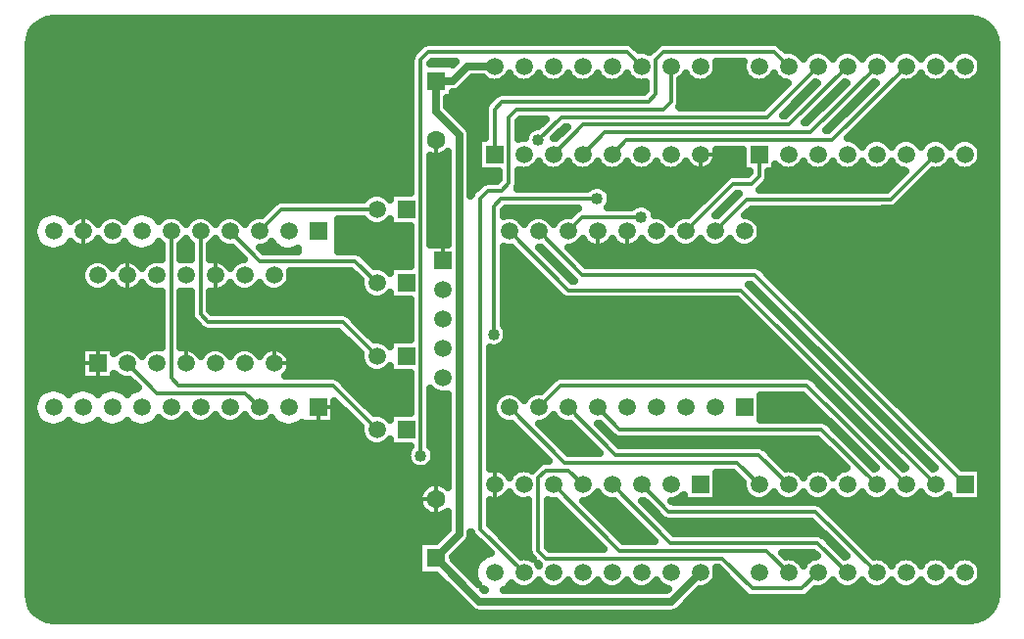
<source format=gbr>
G04 DipTrace 3.3.1.3*
G04 Top.gbr*
%MOIN*%
G04 #@! TF.FileFunction,Copper,L1,Top*
G04 #@! TF.Part,Single*
G04 #@! TA.AperFunction,CopperBalancing*
%ADD13C,0.025*%
G04 #@! TA.AperFunction,Conductor*
%ADD14C,0.012992*%
G04 #@! TA.AperFunction,CopperBalancing*
%ADD15C,0.013*%
G04 #@! TA.AperFunction,ComponentPad*
%ADD17C,0.062992*%
%ADD18R,0.062992X0.062992*%
%ADD19C,0.059055*%
%ADD20R,0.059055X0.059055*%
%ADD22C,0.059055*%
G04 #@! TA.AperFunction,ViaPad*
%ADD23C,0.04*%
%FSLAX26Y26*%
G04*
G70*
G90*
G75*
G01*
G04 Top*
%LPD*%
X2018700Y2318700D2*
D13*
X1925688D1*
X1875688Y2268700D1*
X1818700D1*
Y643700D2*
X1967487Y494913D1*
X2619913D1*
X2718700Y593700D1*
X1818700Y2268700D2*
Y2165700D1*
X1898720Y2085680D1*
Y723720D1*
X1818700Y643700D1*
X1618700Y1331200D2*
D14*
X1501974Y1447926D1*
X1044684D1*
X1018700Y1473910D1*
Y1756200D1*
X1618700Y1581200D2*
X1544684Y1655216D1*
X1219684D1*
X1118700Y1756200D1*
X1618700Y1831200D2*
X1293700D1*
X1218700Y1756200D1*
Y1156200D2*
X1169684Y1205216D1*
X869684D1*
X768700Y1306200D1*
X1618700Y1081200D2*
X1468700Y1231200D1*
X944684D1*
X918700Y1257184D1*
Y1756200D1*
X2118700Y593700D2*
X1969684Y742716D1*
Y1868455D1*
X1995669Y1894440D1*
X2041732D1*
X2067716Y1920424D1*
Y2145669D1*
X2093700Y2171653D1*
X2592716D1*
X2618700Y2197637D1*
Y2318700D1*
X2018700Y2018700D2*
Y2171653D1*
X2044684Y2197637D1*
X2541732D1*
X2567716Y2223621D1*
Y2341732D1*
X2593700Y2367716D1*
X2969684D1*
X3018700Y2318700D1*
X2167716Y2067716D2*
X2245669Y2145669D1*
X2945669D1*
X3118700Y2318700D1*
X2218700Y2018700D2*
X2319684Y2119684D1*
X3019684D1*
X3218700Y2318700D1*
X2318700Y2018700D2*
X2393700Y2093700D1*
X3093700D1*
X3318700Y2318700D1*
X3418700D2*
X3167716Y2067716D1*
X2467716D1*
X2418700Y2018700D1*
X3318700Y593700D2*
X3111661Y800739D1*
X2611661D1*
X2518700Y893700D1*
X3218700Y593700D2*
X3117716Y694684D1*
X2617716D1*
X2418700Y893700D1*
X3118700Y593700D2*
X3064893Y539893D1*
X2895114D1*
X2792291Y642716D1*
X2193700D1*
X2167716Y668700D1*
Y916732D1*
X2193700Y942716D1*
X2269684D1*
X2318700Y893700D1*
X3018700Y593700D2*
X2943700Y668700D1*
X2443700D1*
X2218700Y893700D1*
X3318700D2*
X3131204Y1081196D1*
X2443704D1*
X2368700Y1156200D1*
X2168700Y1756200D2*
X2317089Y1607811D1*
X2904589D1*
X3618700Y893700D1*
X3518700D2*
X2856558Y1555842D1*
X2269058D1*
X2068700Y1756200D1*
X3418700Y893700D2*
X3081200Y1231200D1*
X2243700D1*
X2168700Y1156200D1*
X2517716Y1805216D2*
X2317716D1*
X2268700Y1756200D1*
X3018700Y893700D2*
X2917716Y994684D1*
X2430216D1*
X2268700Y1156200D1*
X2068700D2*
X2256200Y968700D1*
X2843700D1*
X2918700Y893700D1*
X2768700Y1756200D2*
X2878247Y1865747D1*
X3365747D1*
X3518700Y2018700D1*
X2668700Y1756200D2*
X2830216Y1917716D1*
X2892716D1*
X2918700Y1943700D1*
Y2018700D1*
X1767716Y992838D2*
Y2341732D1*
X1793700Y2367716D1*
X2469684D1*
X2518700Y2318700D1*
X2015669Y1405216D2*
Y1842468D1*
X2041653Y1868452D1*
X2367716D1*
D23*
X2167716Y2067716D3*
X2517716Y1805216D3*
X1767716Y992838D3*
X2367716Y1868452D3*
X2015669Y1405216D3*
X1368700Y2093700D3*
X2468700Y1893700D3*
X2518700D3*
X2468700Y1843700D3*
X1368700Y2043700D3*
X461200Y2455331D2*
D13*
X3696220D1*
X443976Y2430462D2*
X3713444D1*
X436584Y2405594D2*
X3720800D1*
X434718Y2380725D2*
X1757540D1*
X2505810D2*
X2557543D1*
X3005820D2*
X3722702D1*
X434718Y2355856D2*
X1735400D1*
X3063127D2*
X3074258D1*
X3163136D2*
X3174241D1*
X3263110D2*
X3274293D1*
X3363119D2*
X3374267D1*
X3463128D2*
X3474276D1*
X3563137D2*
X3574285D1*
X3663111D2*
X3722702D1*
X434718Y2330987D2*
X1732242D1*
X1806140D2*
X1880336D1*
X2775838D2*
X2861553D1*
X3675849D2*
X3722702D1*
X434718Y2306119D2*
X1732242D1*
X2775802D2*
X2861625D1*
X3675778D2*
X3722702D1*
X434718Y2281250D2*
X1732242D1*
X2062855D2*
X2074541D1*
X2162864D2*
X2174534D1*
X2262874D2*
X2274550D1*
X2362847D2*
X2374533D1*
X2462856D2*
X2474542D1*
X2662875D2*
X2674525D1*
X2762848D2*
X2874543D1*
X2962867D2*
X2974553D1*
X3462877D2*
X3474527D1*
X3562850D2*
X3574536D1*
X3662859D2*
X3722702D1*
X434718Y2256381D2*
X1732242D1*
X1921005D2*
X2532244D1*
X2654191D2*
X3007243D1*
X3405534D2*
X3722702D1*
X434718Y2231512D2*
X1732242D1*
X1889929D2*
X2526467D1*
X2654191D2*
X2982375D1*
X3380666D2*
X3722702D1*
X434718Y2206644D2*
X1732242D1*
X1860181D2*
X2004531D1*
X2654191D2*
X2957508D1*
X3355798D2*
X3722702D1*
X434718Y2181775D2*
X1732242D1*
X1860253D2*
X1984795D1*
X2650136D2*
X2932640D1*
X3330931D2*
X3722702D1*
X434718Y2156906D2*
X1732242D1*
X1885121D2*
X1983216D1*
X3306063D2*
X3722702D1*
X434718Y2132037D2*
X1732242D1*
X1909989D2*
X1983216D1*
X2103225D2*
X2182876D1*
X3281195D2*
X3722702D1*
X434718Y2107169D2*
X1732242D1*
X1933744D2*
X1983216D1*
X2103189D2*
X2140604D1*
X3256327D2*
X3722702D1*
X434718Y2082300D2*
X1732242D1*
X1940203D2*
X1983216D1*
X2103189D2*
X2121083D1*
X3231460D2*
X3722702D1*
X434718Y2057431D2*
X1732242D1*
X1940203D2*
X1960178D1*
X3261674D2*
X3275729D1*
X3361683D2*
X3375738D1*
X3461657D2*
X3475711D1*
X3561666D2*
X3575720D1*
X3661675D2*
X3722702D1*
X434718Y2032562D2*
X1732242D1*
X1940203D2*
X1960178D1*
X2775479D2*
X2860190D1*
X3675491D2*
X3722702D1*
X434718Y2007693D2*
X1732242D1*
X1803197D2*
X1857227D1*
X1940203D2*
X1960178D1*
X2776125D2*
X2860190D1*
X3676136D2*
X3722702D1*
X434718Y1982825D2*
X1732242D1*
X1803197D2*
X1857227D1*
X1940203D2*
X1960178D1*
X2164228D2*
X2173153D1*
X2264237D2*
X2273150D1*
X2364211D2*
X2373165D1*
X2464220D2*
X2473179D1*
X2564229D2*
X2573188D1*
X2664238D2*
X2673161D1*
X2764212D2*
X2860190D1*
X3064239D2*
X3073196D1*
X3164213D2*
X3173159D1*
X3264222D2*
X3273157D1*
X3364231D2*
X3373190D1*
X3564214D2*
X3573173D1*
X3664223D2*
X3722702D1*
X434718Y1957956D2*
X1732242D1*
X1803197D2*
X1857227D1*
X1940203D2*
X2032234D1*
X2103189D2*
X2883227D1*
X2954183D2*
X3408787D1*
X3507122D2*
X3722702D1*
X434718Y1933087D2*
X1732242D1*
X1803197D2*
X1857227D1*
X1940203D2*
X2031229D1*
X2103189D2*
X2796424D1*
X2952424D2*
X3383919D1*
X3482254D2*
X3722702D1*
X434718Y1908218D2*
X1732242D1*
X1803197D2*
X1857227D1*
X1940203D2*
X1960286D1*
X2100857D2*
X2341125D1*
X2394317D2*
X2771556D1*
X2932365D2*
X3359052D1*
X3457386D2*
X3722702D1*
X434718Y1883350D2*
X1595739D1*
X1641647D2*
X1660187D1*
X1803197D2*
X1857227D1*
X2414269D2*
X2746688D1*
X3432519D2*
X3722702D1*
X434718Y1858481D2*
X1272637D1*
X1803197D2*
X1857227D1*
X2415633D2*
X2721820D1*
X3407651D2*
X3722702D1*
X434718Y1833612D2*
X1246944D1*
X1803197D2*
X1857227D1*
X2055965D2*
X2298423D1*
X2557016D2*
X2696953D1*
X3375714D2*
X3722702D1*
X434718Y1808743D2*
X472994D1*
X564403D2*
X596759D1*
X640621D2*
X696768D1*
X740631D2*
X772986D1*
X864395D2*
X896787D1*
X940613D2*
X996760D1*
X1040622D2*
X1096769D1*
X1140632D2*
X1196778D1*
X1803197D2*
X1857227D1*
X2090630D2*
X2146776D1*
X2190639D2*
X2246785D1*
X2590640D2*
X2646787D1*
X2890632D2*
X3722702D1*
X434718Y1783875D2*
X454047D1*
X1489211D2*
X1586229D1*
X1651192D2*
X1660190D1*
X1803197D2*
X1857227D1*
X2919913D2*
X3722702D1*
X434718Y1759006D2*
X448234D1*
X1489211D2*
X1732242D1*
X1803197D2*
X1857227D1*
X2927162D2*
X3722702D1*
X434718Y1734137D2*
X451858D1*
X1489211D2*
X1732242D1*
X1803197D2*
X1857227D1*
X2922676D2*
X3722702D1*
X434718Y1709268D2*
X466966D1*
X570432D2*
X585599D1*
X651781D2*
X685608D1*
X751791D2*
X766958D1*
X870460D2*
X883222D1*
X954177D2*
X983196D1*
X1054187D2*
X1085609D1*
X1251801D2*
X1266968D1*
X1489211D2*
X1732242D1*
X2301772D2*
X2335599D1*
X2401781D2*
X2435608D1*
X2501791D2*
X2535617D1*
X2601800D2*
X2635627D1*
X2701773D2*
X2735600D1*
X2801782D2*
X2835609D1*
X2901792D2*
X3722702D1*
X434718Y1684399D2*
X883222D1*
X954177D2*
X983196D1*
X1054187D2*
X1141337D1*
X1562558D2*
X1732242D1*
X2051157D2*
X2091335D1*
X2289643D2*
X3722702D1*
X434718Y1659531D2*
X649042D1*
X688347D2*
X749051D1*
X788357D2*
X849061D1*
X1088348D2*
X1149052D1*
X1589507D2*
X1732242D1*
X2051157D2*
X2116203D1*
X2314511D2*
X3722702D1*
X434718Y1634662D2*
X617966D1*
X1637951D2*
X1660187D1*
X2051157D2*
X2141071D1*
X2926265D2*
X3722702D1*
X434718Y1609793D2*
X610287D1*
X1327122D2*
X1540944D1*
X2051157D2*
X2165938D1*
X2951742D2*
X3722702D1*
X434718Y1584924D2*
X614378D1*
X1323031D2*
X1560321D1*
X2051157D2*
X2190806D1*
X2976610D2*
X3722702D1*
X434718Y1560056D2*
X634437D1*
X702952D2*
X734446D1*
X802961D2*
X834420D1*
X1102953D2*
X1134447D1*
X1202962D2*
X1234421D1*
X1302972D2*
X1564340D1*
X2051157D2*
X2215710D1*
X3001514D2*
X3722702D1*
X434718Y1535187D2*
X883222D1*
X954177D2*
X983196D1*
X1054187D2*
X1584256D1*
X2051157D2*
X2240578D1*
X3026382D2*
X3722702D1*
X434718Y1510318D2*
X883222D1*
X954177D2*
X983196D1*
X1054187D2*
X1732242D1*
X2051157D2*
X2852941D1*
X3051249D2*
X3722702D1*
X434718Y1485449D2*
X883222D1*
X954177D2*
X983196D1*
X1056304D2*
X1732242D1*
X2051157D2*
X2877809D1*
X3076117D2*
X3722702D1*
X434718Y1460581D2*
X883222D1*
X954177D2*
X986030D1*
X1538480D2*
X1732242D1*
X2051157D2*
X2902677D1*
X3100985D2*
X3722702D1*
X434718Y1435712D2*
X883222D1*
X954177D2*
X1007740D1*
X1563347D2*
X1732242D1*
X2053274D2*
X2927544D1*
X3125852D2*
X3722702D1*
X434718Y1410843D2*
X883222D1*
X954177D2*
X1489916D1*
X1588215D2*
X1732242D1*
X2064326D2*
X2952412D1*
X3150720D2*
X3722702D1*
X434718Y1385974D2*
X883222D1*
X954177D2*
X1514784D1*
X1632963D2*
X1660187D1*
X2060487D2*
X2977280D1*
X3175588D2*
X3722702D1*
X434718Y1361106D2*
X610180D1*
X727210D2*
X755080D1*
X782328D2*
X855089D1*
X982311D2*
X1055072D1*
X1082320D2*
X1155081D1*
X1182329D2*
X1255090D1*
X1282302D2*
X1539652D1*
X2032856D2*
X3002148D1*
X3200456D2*
X3722702D1*
X434718Y1336237D2*
X610180D1*
X1318474D2*
X1560393D1*
X2005189D2*
X3027015D1*
X3225323D2*
X3722702D1*
X434718Y1311368D2*
X610180D1*
X1326978D2*
X1563802D1*
X2005189D2*
X3051883D1*
X3250191D2*
X3722702D1*
X434718Y1286499D2*
X610180D1*
X1323641D2*
X1582426D1*
X2005189D2*
X3076751D1*
X3275059D2*
X3722702D1*
X434718Y1261630D2*
X610180D1*
X1483936D2*
X1732242D1*
X2005189D2*
X2228449D1*
X3299927D2*
X3722702D1*
X434718Y1236762D2*
X788990D1*
X1512284D2*
X1732242D1*
X2005189D2*
X2200100D1*
X3324794D2*
X3722702D1*
X434718Y1211893D2*
X477121D1*
X560277D2*
X577130D1*
X660250D2*
X677139D1*
X760259D2*
X777149D1*
X1537152D2*
X1732242D1*
X2005189D2*
X2060152D1*
X2077237D2*
X2160161D1*
X3349662D2*
X3722702D1*
X434718Y1187024D2*
X455555D1*
X1562020D2*
X1732242D1*
X1803197D2*
X1857227D1*
X2005189D2*
X2019423D1*
X2927234D2*
X3076213D1*
X3374530D2*
X3722702D1*
X434718Y1162155D2*
X448449D1*
X1477225D2*
X1488589D1*
X1586887D2*
X1732242D1*
X1803197D2*
X1857227D1*
X2927234D2*
X3101080D1*
X3399398D2*
X3722702D1*
X434718Y1137287D2*
X450854D1*
X1477225D2*
X1513456D1*
X1611755D2*
X1732242D1*
X1803197D2*
X1857227D1*
X2005189D2*
X2013467D1*
X2927234D2*
X3125948D1*
X3424265D2*
X3722702D1*
X434718Y1112418D2*
X464131D1*
X873259D2*
X881249D1*
X956151D2*
X981258D1*
X1056160D2*
X1081267D1*
X1156134D2*
X1181240D1*
X1256143D2*
X1264155D1*
X1477225D2*
X1538324D1*
X1803197D2*
X1857227D1*
X2005189D2*
X2031265D1*
X2206141D2*
X2231248D1*
X3449133D2*
X3722702D1*
X434718Y1087549D2*
X1560536D1*
X1803197D2*
X1857227D1*
X2005189D2*
X2088213D1*
X2186512D2*
X2288196D1*
X3474001D2*
X3722702D1*
X434718Y1062680D2*
X1563335D1*
X1803197D2*
X1857227D1*
X2005189D2*
X2113081D1*
X2211380D2*
X2313064D1*
X3498869D2*
X3722702D1*
X434718Y1037812D2*
X1580775D1*
X1803197D2*
X1857227D1*
X2005189D2*
X2137949D1*
X2236248D2*
X2337931D1*
X2436230D2*
X3125446D1*
X3523736D2*
X3722702D1*
X434718Y1012943D2*
X1723307D1*
X1812132D2*
X1857227D1*
X2005189D2*
X2162816D1*
X2261115D2*
X2362799D1*
X2948621D2*
X3150313D1*
X3548604D2*
X3722702D1*
X434718Y988074D2*
X1718965D1*
X1816474D2*
X1857227D1*
X2005189D2*
X2187684D1*
X2973488D2*
X3175181D1*
X3573472D2*
X3722702D1*
X434718Y963205D2*
X1729407D1*
X1806032D2*
X1857227D1*
X2005189D2*
X2165041D1*
X2998356D2*
X3200049D1*
X3598340D2*
X3722702D1*
X434718Y938336D2*
X1857227D1*
X2055032D2*
X2082364D1*
X3055053D2*
X3082349D1*
X3155062D2*
X3182358D1*
X3677213D2*
X3722702D1*
X434718Y913468D2*
X1857227D1*
X2777238D2*
X2849783D1*
X3677213D2*
X3722702D1*
X434718Y888599D2*
X1779502D1*
X2777238D2*
X2860405D1*
X3677213D2*
X3722702D1*
X434718Y863730D2*
X1761775D1*
X2777238D2*
X2868874D1*
X3677213D2*
X3722702D1*
X434718Y838861D2*
X1758402D1*
X2032641D2*
X2104756D1*
X2332633D2*
X2404748D1*
X2632660D2*
X2660171D1*
X2777238D2*
X2904758D1*
X2932652D2*
X3004767D1*
X3032625D2*
X3104740D1*
X3132635D2*
X3204750D1*
X3232644D2*
X3304759D1*
X3332653D2*
X3404768D1*
X3432626D2*
X3504742D1*
X3532636D2*
X3560183D1*
X3677213D2*
X3722702D1*
X434718Y813993D2*
X1766404D1*
X2005189D2*
X2132243D1*
X2203198D2*
X2249261D1*
X2347560D2*
X2449244D1*
X3147562D2*
X3722702D1*
X434718Y789124D2*
X1796618D1*
X1840804D2*
X1857227D1*
X2005189D2*
X2132243D1*
X2203198D2*
X2274129D1*
X2372428D2*
X2474112D1*
X3172430D2*
X3722702D1*
X434718Y764255D2*
X1857227D1*
X2005189D2*
X2132243D1*
X2203198D2*
X2298997D1*
X2397296D2*
X2498980D1*
X2597314D2*
X3098999D1*
X3197298D2*
X3722702D1*
X434718Y739386D2*
X1856760D1*
X2022163D2*
X2132243D1*
X2203198D2*
X2323865D1*
X2422164D2*
X2523847D1*
X2622182D2*
X3123867D1*
X3222166D2*
X3722702D1*
X434718Y714518D2*
X1831857D1*
X1939127D2*
X1948731D1*
X2047030D2*
X2132243D1*
X2203198D2*
X2348732D1*
X2447031D2*
X2548715D1*
X3247033D2*
X3722702D1*
X434718Y689649D2*
X1758222D1*
X1922297D2*
X1973599D1*
X2071898D2*
X2132243D1*
X2203198D2*
X2373600D1*
X3271901D2*
X3722702D1*
X434718Y664780D2*
X1758222D1*
X1897429D2*
X1998467D1*
X2096766D2*
X2132458D1*
X3296769D2*
X3722702D1*
X434718Y639911D2*
X1758222D1*
X1880133D2*
X1966279D1*
X3052864D2*
X3084538D1*
X3352856D2*
X3384529D1*
X3452865D2*
X3484539D1*
X3552874D2*
X3584548D1*
X3652884D2*
X3722702D1*
X434718Y615043D2*
X1758222D1*
X1905001D2*
X1951602D1*
X3672979D2*
X3722702D1*
X434718Y590174D2*
X1758222D1*
X1929868D2*
X1948265D1*
X2777094D2*
X2795670D1*
X3677105D2*
X3722702D1*
X434718Y565305D2*
X1839464D1*
X2769487D2*
X2820538D1*
X3669498D2*
X3722702D1*
X434718Y540436D2*
X1864332D1*
X2063501D2*
X2098835D1*
X2138571D2*
X2198844D1*
X2238544D2*
X2298853D1*
X2338553D2*
X2398863D1*
X2438563D2*
X2498836D1*
X2538572D2*
X2598845D1*
X2738554D2*
X2845405D1*
X3138555D2*
X3198829D1*
X3238565D2*
X3298838D1*
X3338538D2*
X3398847D1*
X3438547D2*
X3498857D1*
X3538557D2*
X3598830D1*
X3638566D2*
X3722702D1*
X435436Y515567D2*
X1889200D1*
X2698221D2*
X2870345D1*
X3089681D2*
X3721949D1*
X440316Y490699D2*
X1914067D1*
X2673353D2*
X3717068D1*
X454095Y465830D2*
X1939007D1*
X2648378D2*
X3703325D1*
X485638Y440961D2*
X3671747D1*
X1859725Y2027725D2*
X1853885Y2022606D1*
X1847776Y2018528D1*
X1841202Y2015256D1*
X1834266Y2012840D1*
X1827081Y2011321D1*
X1819761Y2010722D1*
X1812425Y2011052D1*
X1805189Y2012308D1*
X1800710Y2013581D1*
X1800704Y1712216D1*
X1859729Y1712219D1*
X1859728Y2027715D1*
X1800723Y2326688D2*
X1876688D1*
Y2324858D1*
X1886558Y2334713D1*
X1807370Y2334728D1*
X1800711Y2328074D1*
X1876688Y2229693D2*
Y2210712D1*
X1857705D1*
X1857692Y2181824D1*
X1928370Y2111003D1*
X1931966Y2106053D1*
X1934744Y2100602D1*
X1936635Y2094783D1*
X1937592Y2088739D1*
X1937712Y2039748D1*
Y1876583D1*
X1939207Y1881079D1*
X1941557Y1885691D1*
X1944600Y1889879D1*
X1972343Y1917766D1*
X1976279Y1921128D1*
X1980693Y1923833D1*
X1985475Y1925814D1*
X1990509Y1927022D1*
X1995669Y1927428D1*
X2028072D1*
X2034721Y1934082D1*
X2034728Y1962660D1*
X1962681Y1962680D1*
Y2074719D1*
X1985682D1*
X1985813Y2174241D1*
X1986623Y2179354D1*
X1988223Y2184277D1*
X1990573Y2188889D1*
X1993616Y2193077D1*
X2021358Y2220963D1*
X2025294Y2224325D1*
X2029708Y2227030D1*
X2034490Y2229011D1*
X2039524Y2230219D1*
X2044684Y2230625D1*
X2528080D1*
X2534721Y2237279D1*
X2534728Y2264995D1*
X2527463Y2263370D1*
X2518700Y2262680D1*
X2509937Y2263370D1*
X2501389Y2265422D1*
X2493268Y2268786D1*
X2485772Y2273379D1*
X2479088Y2279088D1*
X2473379Y2285772D1*
X2468707Y2293439D1*
X2464021Y2285772D1*
X2458312Y2279088D1*
X2451628Y2273379D1*
X2444132Y2268786D1*
X2436011Y2265422D1*
X2427463Y2263370D1*
X2418700Y2262680D1*
X2409937Y2263370D1*
X2401389Y2265422D1*
X2393268Y2268786D1*
X2385772Y2273379D1*
X2379088Y2279088D1*
X2373379Y2285772D1*
X2368707Y2293439D1*
X2364021Y2285772D1*
X2358312Y2279088D1*
X2351628Y2273379D1*
X2344132Y2268786D1*
X2336011Y2265422D1*
X2327463Y2263370D1*
X2318700Y2262680D1*
X2309937Y2263370D1*
X2301389Y2265422D1*
X2293268Y2268786D1*
X2285772Y2273379D1*
X2279088Y2279088D1*
X2273379Y2285772D1*
X2268707Y2293439D1*
X2264021Y2285772D1*
X2258312Y2279088D1*
X2251628Y2273379D1*
X2244132Y2268786D1*
X2236011Y2265422D1*
X2227463Y2263370D1*
X2218700Y2262680D1*
X2209937Y2263370D1*
X2201389Y2265422D1*
X2193268Y2268786D1*
X2185772Y2273379D1*
X2179088Y2279088D1*
X2173379Y2285772D1*
X2168707Y2293439D1*
X2164021Y2285772D1*
X2158312Y2279088D1*
X2151628Y2273379D1*
X2144132Y2268786D1*
X2136011Y2265422D1*
X2127463Y2263370D1*
X2118700Y2262680D1*
X2109937Y2263370D1*
X2101389Y2265422D1*
X2093268Y2268786D1*
X2085772Y2273379D1*
X2079088Y2279088D1*
X2073379Y2285772D1*
X2068707Y2293439D1*
X2064021Y2285772D1*
X2058312Y2279088D1*
X2051628Y2273379D1*
X2044132Y2268786D1*
X2036011Y2265422D1*
X2027463Y2263370D1*
X2018700Y2262680D1*
X2009937Y2263370D1*
X2001389Y2265422D1*
X1993268Y2268786D1*
X1985772Y2273379D1*
X1979088Y2279088D1*
X1978517Y2279706D1*
X1941872Y2279708D1*
X1901011Y2239050D1*
X1896061Y2235454D1*
X1890610Y2232676D1*
X1884791Y2230785D1*
X1878735Y2229827D1*
X1859725Y802725D2*
X1853885Y797606D1*
X1847776Y793528D1*
X1841202Y790256D1*
X1834266Y787840D1*
X1827081Y786321D1*
X1819761Y785722D1*
X1812425Y786052D1*
X1805189Y787308D1*
X1798169Y789468D1*
X1791479Y792498D1*
X1785226Y796349D1*
X1779509Y800960D1*
X1774422Y806256D1*
X1770044Y812153D1*
X1766447Y818556D1*
X1763688Y825362D1*
X1761811Y832462D1*
X1760847Y839743D1*
X1760811Y847087D1*
X1761703Y854377D1*
X1763510Y861495D1*
X1766202Y868328D1*
X1769736Y874766D1*
X1774055Y880706D1*
X1779090Y886052D1*
X1784761Y890719D1*
X1790976Y894632D1*
X1797636Y897727D1*
X1804634Y899956D1*
X1811857Y901283D1*
X1819190Y901686D1*
X1826516Y901159D1*
X1833715Y899710D1*
X1840674Y897363D1*
X1847281Y894155D1*
X1853429Y890138D1*
X1859020Y885376D1*
X1859726Y884671D1*
X1859728Y1202523D1*
X1852463Y1200870D1*
X1843700Y1200180D1*
X1834937Y1200870D1*
X1826389Y1202922D1*
X1818268Y1206286D1*
X1810772Y1210879D1*
X1804088Y1216588D1*
X1800709Y1220317D1*
X1800704Y1025608D1*
X1805329Y1020165D1*
X1809141Y1013945D1*
X1811933Y1007205D1*
X1813636Y1000111D1*
X1814208Y992838D1*
X1813636Y985565D1*
X1811933Y978471D1*
X1809141Y971731D1*
X1805329Y965511D1*
X1800591Y959963D1*
X1795043Y955225D1*
X1788823Y951413D1*
X1782083Y948621D1*
X1774989Y946918D1*
X1767716Y946346D1*
X1760443Y946918D1*
X1753349Y948621D1*
X1746609Y951413D1*
X1740389Y955225D1*
X1734841Y959963D1*
X1730103Y965511D1*
X1726291Y971731D1*
X1723499Y978471D1*
X1721796Y985565D1*
X1721224Y992838D1*
X1721796Y1000111D1*
X1723499Y1007205D1*
X1726291Y1013945D1*
X1730103Y1020165D1*
X1734347Y1025179D1*
X1662680Y1025180D1*
Y1046531D1*
X1658312Y1041588D1*
X1651628Y1035879D1*
X1644132Y1031286D1*
X1636011Y1027922D1*
X1627463Y1025870D1*
X1618700Y1025180D1*
X1609937Y1025870D1*
X1601389Y1027922D1*
X1593268Y1031286D1*
X1585772Y1035879D1*
X1579088Y1041588D1*
X1573379Y1048272D1*
X1568786Y1055768D1*
X1565422Y1063889D1*
X1563370Y1072437D1*
X1562680Y1081200D1*
X1563360Y1089878D1*
X1474721Y1178527D1*
X1474720Y1100180D1*
X1362680D1*
Y1104307D1*
X1354244Y1098197D1*
X1344733Y1093351D1*
X1334581Y1090052D1*
X1324037Y1088382D1*
X1313363D1*
X1302819Y1090052D1*
X1292667Y1093351D1*
X1283156Y1098197D1*
X1274520Y1104471D1*
X1266971Y1112020D1*
X1261265Y1119806D1*
X1255082Y1113602D1*
X1247970Y1108435D1*
X1240138Y1104445D1*
X1231778Y1101728D1*
X1223095Y1100353D1*
X1214305D1*
X1205622Y1101728D1*
X1197262Y1104445D1*
X1189430Y1108435D1*
X1182318Y1113602D1*
X1176102Y1119818D1*
X1170935Y1126930D1*
X1168614Y1130768D1*
X1164021Y1123272D1*
X1158312Y1116588D1*
X1151628Y1110879D1*
X1144132Y1106286D1*
X1136011Y1102922D1*
X1127463Y1100870D1*
X1118700Y1100180D1*
X1109937Y1100870D1*
X1101389Y1102922D1*
X1093268Y1106286D1*
X1085772Y1110879D1*
X1079088Y1116588D1*
X1073379Y1123272D1*
X1068707Y1130939D1*
X1064021Y1123272D1*
X1058312Y1116588D1*
X1051628Y1110879D1*
X1044132Y1106286D1*
X1036011Y1102922D1*
X1027463Y1100870D1*
X1018700Y1100180D1*
X1009937Y1100870D1*
X1001389Y1102922D1*
X993268Y1106286D1*
X985772Y1110879D1*
X979088Y1116588D1*
X973379Y1123272D1*
X968707Y1130939D1*
X964021Y1123272D1*
X958312Y1116588D1*
X951628Y1110879D1*
X944132Y1106286D1*
X936011Y1102922D1*
X927463Y1100870D1*
X918700Y1100180D1*
X909937Y1100870D1*
X901389Y1102922D1*
X893268Y1106286D1*
X885772Y1110879D1*
X879088Y1116588D1*
X876161Y1119755D1*
X870429Y1112020D1*
X862880Y1104471D1*
X854244Y1098197D1*
X844733Y1093351D1*
X834581Y1090052D1*
X824037Y1088382D1*
X813363D1*
X802819Y1090052D1*
X792667Y1093351D1*
X783156Y1098197D1*
X774520Y1104471D1*
X768742Y1110104D1*
X762880Y1104471D1*
X754244Y1098197D1*
X744733Y1093351D1*
X734581Y1090052D1*
X724037Y1088382D1*
X713363D1*
X702819Y1090052D1*
X692667Y1093351D1*
X683156Y1098197D1*
X674520Y1104471D1*
X668742Y1110104D1*
X662880Y1104471D1*
X654244Y1098197D1*
X644733Y1093351D1*
X634581Y1090052D1*
X624037Y1088382D1*
X613363D1*
X602819Y1090052D1*
X592667Y1093351D1*
X583156Y1098197D1*
X574520Y1104471D1*
X568742Y1110104D1*
X562880Y1104471D1*
X554244Y1098197D1*
X544733Y1093351D1*
X534581Y1090052D1*
X524037Y1088382D1*
X513363D1*
X502819Y1090052D1*
X492667Y1093351D1*
X483156Y1098197D1*
X474520Y1104471D1*
X466971Y1112020D1*
X460697Y1120656D1*
X455851Y1130167D1*
X452552Y1140319D1*
X450882Y1150863D1*
Y1161537D1*
X452552Y1172081D1*
X455851Y1182233D1*
X460697Y1191744D1*
X466971Y1200380D1*
X474520Y1207929D1*
X483156Y1214203D1*
X492667Y1219049D1*
X502819Y1222348D1*
X513363Y1224018D1*
X524037D1*
X534581Y1222348D1*
X544733Y1219049D1*
X554244Y1214203D1*
X562880Y1207929D1*
X568658Y1202296D1*
X574520Y1207929D1*
X583156Y1214203D1*
X592667Y1219049D1*
X602819Y1222348D1*
X613363Y1224018D1*
X624037D1*
X634581Y1222348D1*
X644733Y1219049D1*
X654244Y1214203D1*
X662880Y1207929D1*
X668658Y1202296D1*
X674520Y1207929D1*
X683156Y1214203D1*
X692667Y1219049D1*
X702819Y1222348D1*
X713363Y1224018D1*
X724037D1*
X734581Y1222348D1*
X744733Y1219049D1*
X754244Y1214203D1*
X762880Y1207929D1*
X768658Y1202296D1*
X774520Y1207929D1*
X783156Y1214203D1*
X792667Y1219049D1*
X802819Y1222348D1*
X805377Y1222857D1*
X777366Y1250882D1*
X768700Y1250180D1*
X759937Y1250870D1*
X751389Y1252922D1*
X743268Y1256286D1*
X735772Y1260879D1*
X729088Y1266588D1*
X724730Y1271559D1*
X724720Y1250180D1*
X612681D1*
Y1362219D1*
X724720D1*
Y1340897D1*
X729088Y1345812D1*
X735772Y1351521D1*
X743268Y1356114D1*
X751389Y1359478D1*
X759937Y1361530D1*
X768700Y1362220D1*
X777463Y1361530D1*
X786011Y1359478D1*
X794132Y1356114D1*
X801628Y1351521D1*
X808312Y1345812D1*
X814021Y1339128D1*
X818693Y1331461D1*
X823379Y1339128D1*
X829088Y1345812D1*
X835772Y1351521D1*
X843268Y1356114D1*
X851389Y1359478D1*
X859937Y1361530D1*
X868700Y1362220D1*
X877463Y1361530D1*
X885697Y1359567D1*
X885712Y1552834D1*
X877463Y1550870D1*
X868700Y1550180D1*
X859937Y1550870D1*
X851389Y1552922D1*
X843268Y1556286D1*
X835772Y1560879D1*
X829088Y1566588D1*
X823379Y1573272D1*
X818707Y1580939D1*
X815238Y1575017D1*
X810759Y1569197D1*
X805557Y1564013D1*
X799722Y1559554D1*
X793354Y1555897D1*
X786562Y1553104D1*
X779463Y1551224D1*
X772179Y1550288D1*
X764835Y1550314D1*
X757558Y1551300D1*
X750472Y1553229D1*
X743699Y1556068D1*
X737356Y1559770D1*
X731552Y1564269D1*
X726386Y1569488D1*
X721947Y1575339D1*
X718704Y1580945D1*
X714021Y1573272D1*
X708312Y1566588D1*
X701628Y1560879D1*
X694132Y1556286D1*
X686011Y1552922D1*
X677463Y1550870D1*
X668700Y1550180D1*
X659937Y1550870D1*
X651389Y1552922D1*
X643268Y1556286D1*
X635772Y1560879D1*
X629088Y1566588D1*
X623379Y1573272D1*
X618786Y1580768D1*
X615422Y1588889D1*
X613370Y1597437D1*
X612680Y1606200D1*
X613370Y1614963D1*
X615422Y1623511D1*
X618786Y1631632D1*
X623379Y1639128D1*
X629088Y1645812D1*
X635772Y1651521D1*
X643268Y1656114D1*
X651389Y1659478D1*
X659937Y1661530D1*
X668700Y1662220D1*
X677463Y1661530D1*
X686011Y1659478D1*
X694132Y1656114D1*
X701628Y1651521D1*
X708312Y1645812D1*
X714021Y1639128D1*
X718693Y1631461D1*
X722378Y1637704D1*
X726897Y1643493D1*
X732135Y1648640D1*
X738001Y1653059D1*
X744394Y1656672D1*
X751205Y1659418D1*
X758317Y1661249D1*
X765607Y1662134D1*
X772951Y1662058D1*
X780221Y1661022D1*
X787294Y1659044D1*
X794046Y1656158D1*
X800364Y1652413D1*
X806137Y1647874D1*
X811266Y1642618D1*
X815665Y1636737D1*
X818696Y1631456D1*
X823379Y1639128D1*
X829088Y1645812D1*
X835772Y1651521D1*
X843268Y1656114D1*
X851389Y1659478D1*
X859937Y1661530D1*
X868700Y1662220D1*
X877463Y1661530D1*
X885697Y1659567D1*
X885712Y1710940D1*
X879088Y1716588D1*
X876161Y1719755D1*
X870429Y1712020D1*
X862880Y1704471D1*
X854244Y1698197D1*
X844733Y1693351D1*
X834581Y1690052D1*
X824037Y1688382D1*
X813363D1*
X802819Y1690052D1*
X792667Y1693351D1*
X783156Y1698197D1*
X774520Y1704471D1*
X766971Y1712020D1*
X761265Y1719806D1*
X755082Y1713602D1*
X747970Y1708435D1*
X740138Y1704445D1*
X731778Y1701728D1*
X723095Y1700353D1*
X714305D1*
X705622Y1701728D1*
X697262Y1704445D1*
X689430Y1708435D1*
X682318Y1713602D1*
X676102Y1719818D1*
X670935Y1726930D1*
X668707Y1730939D1*
X665238Y1725017D1*
X660759Y1719197D1*
X655557Y1714013D1*
X649722Y1709554D1*
X643354Y1705897D1*
X636562Y1703104D1*
X629463Y1701224D1*
X622179Y1700288D1*
X614835Y1700314D1*
X607558Y1701300D1*
X600472Y1703229D1*
X593699Y1706068D1*
X587356Y1709770D1*
X581552Y1714269D1*
X576151Y1719769D1*
X570429Y1712020D1*
X562880Y1704471D1*
X554244Y1698197D1*
X544733Y1693351D1*
X534581Y1690052D1*
X524037Y1688382D1*
X513363D1*
X502819Y1690052D1*
X492667Y1693351D1*
X483156Y1698197D1*
X474520Y1704471D1*
X466971Y1712020D1*
X460697Y1720656D1*
X455851Y1730167D1*
X452552Y1740319D1*
X450882Y1750863D1*
Y1761537D1*
X452552Y1772081D1*
X455851Y1782233D1*
X460697Y1791744D1*
X466971Y1800380D1*
X474520Y1807929D1*
X483156Y1814203D1*
X492667Y1819049D1*
X502819Y1822348D1*
X513363Y1824018D1*
X524037D1*
X534581Y1822348D1*
X544733Y1819049D1*
X554244Y1814203D1*
X562880Y1807929D1*
X570429Y1800380D1*
X576135Y1792594D1*
X580763Y1797419D1*
X586481Y1802027D1*
X592752Y1805848D1*
X599470Y1808816D1*
X606518Y1810879D1*
X613775Y1812003D1*
X621117Y1812168D1*
X628417Y1811370D1*
X635551Y1809625D1*
X642395Y1806962D1*
X648831Y1803426D1*
X654750Y1799079D1*
X660049Y1793995D1*
X664638Y1788261D1*
X668696Y1781456D1*
X673379Y1789128D1*
X679088Y1795812D1*
X685772Y1801521D1*
X693268Y1806114D1*
X701389Y1809478D1*
X709937Y1811530D1*
X718700Y1812220D1*
X727463Y1811530D1*
X736011Y1809478D1*
X744132Y1806114D1*
X751628Y1801521D1*
X758312Y1795812D1*
X761239Y1792645D1*
X766971Y1800380D1*
X774520Y1807929D1*
X783156Y1814203D1*
X792667Y1819049D1*
X802819Y1822348D1*
X813363Y1824018D1*
X824037D1*
X834581Y1822348D1*
X844733Y1819049D1*
X854244Y1814203D1*
X862880Y1807929D1*
X870429Y1800380D1*
X876135Y1792594D1*
X882318Y1798798D1*
X889430Y1803965D1*
X897262Y1807955D1*
X905622Y1810672D1*
X914305Y1812047D1*
X923095D1*
X931778Y1810672D1*
X940138Y1807955D1*
X947970Y1803965D1*
X955082Y1798798D1*
X961298Y1792582D1*
X966465Y1785470D1*
X968786Y1781632D1*
X973379Y1789128D1*
X979088Y1795812D1*
X985772Y1801521D1*
X993268Y1806114D1*
X1001389Y1809478D1*
X1009937Y1811530D1*
X1018700Y1812220D1*
X1027463Y1811530D1*
X1036011Y1809478D1*
X1044132Y1806114D1*
X1051628Y1801521D1*
X1058312Y1795812D1*
X1064021Y1789128D1*
X1068693Y1781461D1*
X1073379Y1789128D1*
X1079088Y1795812D1*
X1085772Y1801521D1*
X1093268Y1806114D1*
X1101389Y1809478D1*
X1109937Y1811530D1*
X1118700Y1812220D1*
X1127463Y1811530D1*
X1136011Y1809478D1*
X1144132Y1806114D1*
X1151628Y1801521D1*
X1158312Y1795812D1*
X1164021Y1789128D1*
X1168693Y1781461D1*
X1173379Y1789128D1*
X1179088Y1795812D1*
X1185772Y1801521D1*
X1193268Y1806114D1*
X1201389Y1809478D1*
X1209937Y1811530D1*
X1218700Y1812220D1*
X1227378Y1811540D1*
X1272276Y1856284D1*
X1276464Y1859327D1*
X1281076Y1861677D1*
X1285999Y1863277D1*
X1291112Y1864087D1*
X1358004Y1864188D1*
X1573417D1*
X1579088Y1870812D1*
X1585772Y1876521D1*
X1593268Y1881114D1*
X1601389Y1884478D1*
X1609937Y1886530D1*
X1618700Y1887220D1*
X1627463Y1886530D1*
X1636011Y1884478D1*
X1644132Y1881114D1*
X1651628Y1876521D1*
X1658312Y1870812D1*
X1662670Y1865841D1*
X1662680Y1887220D1*
X1734700D1*
X1734829Y2344320D1*
X1735639Y2349433D1*
X1737239Y2354356D1*
X1739589Y2358968D1*
X1742632Y2363156D1*
X1770374Y2391042D1*
X1774310Y2394404D1*
X1778724Y2397109D1*
X1783506Y2399090D1*
X1788540Y2400298D1*
X1793700Y2400704D1*
X2472272Y2400603D1*
X2477385Y2399793D1*
X2482308Y2398193D1*
X2486920Y2395843D1*
X2491108Y2392800D1*
X2509985Y2374067D1*
X2518700Y2374720D1*
X2527463Y2374030D1*
X2536011Y2371978D1*
X2544132Y2368614D1*
X2546576Y2367245D1*
X2572276Y2392800D1*
X2576464Y2395843D1*
X2581076Y2398193D1*
X2585999Y2399793D1*
X2591112Y2400603D1*
X2658004Y2400704D1*
X2972272Y2400603D1*
X2977385Y2399793D1*
X2982308Y2398193D1*
X2986920Y2395843D1*
X2991108Y2392800D1*
X3009985Y2374067D1*
X3018700Y2374720D1*
X3027463Y2374030D1*
X3036011Y2371978D1*
X3044132Y2368614D1*
X3051628Y2364021D1*
X3058312Y2358312D1*
X3064021Y2351628D1*
X3068693Y2343961D1*
X3073379Y2351628D1*
X3079088Y2358312D1*
X3085772Y2364021D1*
X3093268Y2368614D1*
X3101389Y2371978D1*
X3109937Y2374030D1*
X3118700Y2374720D1*
X3127463Y2374030D1*
X3136011Y2371978D1*
X3144132Y2368614D1*
X3151628Y2364021D1*
X3158312Y2358312D1*
X3164021Y2351628D1*
X3168693Y2343961D1*
X3173379Y2351628D1*
X3179088Y2358312D1*
X3185772Y2364021D1*
X3193268Y2368614D1*
X3201389Y2371978D1*
X3209937Y2374030D1*
X3218700Y2374720D1*
X3227463Y2374030D1*
X3236011Y2371978D1*
X3244132Y2368614D1*
X3251628Y2364021D1*
X3258312Y2358312D1*
X3264021Y2351628D1*
X3268693Y2343961D1*
X3273379Y2351628D1*
X3279088Y2358312D1*
X3285772Y2364021D1*
X3293268Y2368614D1*
X3301389Y2371978D1*
X3309937Y2374030D1*
X3318700Y2374720D1*
X3327463Y2374030D1*
X3336011Y2371978D1*
X3344132Y2368614D1*
X3351628Y2364021D1*
X3358312Y2358312D1*
X3364021Y2351628D1*
X3368693Y2343961D1*
X3373379Y2351628D1*
X3379088Y2358312D1*
X3385772Y2364021D1*
X3393268Y2368614D1*
X3401389Y2371978D1*
X3409937Y2374030D1*
X3418700Y2374720D1*
X3427463Y2374030D1*
X3436011Y2371978D1*
X3444132Y2368614D1*
X3451628Y2364021D1*
X3458312Y2358312D1*
X3464021Y2351628D1*
X3468693Y2343961D1*
X3473379Y2351628D1*
X3479088Y2358312D1*
X3485772Y2364021D1*
X3493268Y2368614D1*
X3501389Y2371978D1*
X3509937Y2374030D1*
X3518700Y2374720D1*
X3527463Y2374030D1*
X3536011Y2371978D1*
X3544132Y2368614D1*
X3551628Y2364021D1*
X3558312Y2358312D1*
X3564021Y2351628D1*
X3568693Y2343961D1*
X3573379Y2351628D1*
X3579088Y2358312D1*
X3585772Y2364021D1*
X3593268Y2368614D1*
X3601389Y2371978D1*
X3609937Y2374030D1*
X3618700Y2374720D1*
X3627463Y2374030D1*
X3636011Y2371978D1*
X3644132Y2368614D1*
X3651628Y2364021D1*
X3658312Y2358312D1*
X3664021Y2351628D1*
X3668614Y2344132D1*
X3671978Y2336011D1*
X3674030Y2327463D1*
X3674720Y2318700D1*
X3674030Y2309937D1*
X3671978Y2301389D1*
X3668614Y2293268D1*
X3664021Y2285772D1*
X3658312Y2279088D1*
X3651628Y2273379D1*
X3644132Y2268786D1*
X3636011Y2265422D1*
X3627463Y2263370D1*
X3618700Y2262680D1*
X3609937Y2263370D1*
X3601389Y2265422D1*
X3593268Y2268786D1*
X3585772Y2273379D1*
X3579088Y2279088D1*
X3573379Y2285772D1*
X3568707Y2293439D1*
X3564021Y2285772D1*
X3558312Y2279088D1*
X3551628Y2273379D1*
X3544132Y2268786D1*
X3536011Y2265422D1*
X3527463Y2263370D1*
X3518700Y2262680D1*
X3509937Y2263370D1*
X3501389Y2265422D1*
X3493268Y2268786D1*
X3485772Y2273379D1*
X3479088Y2279088D1*
X3473379Y2285772D1*
X3468707Y2293439D1*
X3464021Y2285772D1*
X3458312Y2279088D1*
X3451628Y2273379D1*
X3444132Y2268786D1*
X3436011Y2265422D1*
X3427463Y2263370D1*
X3418700Y2262680D1*
X3410022Y2263360D1*
X3221298Y2074646D1*
X3227463Y2074030D1*
X3236011Y2071978D1*
X3244132Y2068614D1*
X3251628Y2064021D1*
X3258312Y2058312D1*
X3264021Y2051628D1*
X3268693Y2043961D1*
X3273379Y2051628D1*
X3279088Y2058312D1*
X3285772Y2064021D1*
X3293268Y2068614D1*
X3301389Y2071978D1*
X3309937Y2074030D1*
X3318700Y2074720D1*
X3327463Y2074030D1*
X3336011Y2071978D1*
X3344132Y2068614D1*
X3351628Y2064021D1*
X3358312Y2058312D1*
X3364021Y2051628D1*
X3368693Y2043961D1*
X3373379Y2051628D1*
X3379088Y2058312D1*
X3385772Y2064021D1*
X3393268Y2068614D1*
X3401389Y2071978D1*
X3409937Y2074030D1*
X3418700Y2074720D1*
X3427463Y2074030D1*
X3436011Y2071978D1*
X3444132Y2068614D1*
X3451628Y2064021D1*
X3458312Y2058312D1*
X3464021Y2051628D1*
X3468693Y2043961D1*
X3473379Y2051628D1*
X3479088Y2058312D1*
X3485772Y2064021D1*
X3493268Y2068614D1*
X3501389Y2071978D1*
X3509937Y2074030D1*
X3518700Y2074720D1*
X3527463Y2074030D1*
X3536011Y2071978D1*
X3544132Y2068614D1*
X3551628Y2064021D1*
X3558312Y2058312D1*
X3564021Y2051628D1*
X3568693Y2043961D1*
X3573379Y2051628D1*
X3579088Y2058312D1*
X3585772Y2064021D1*
X3593268Y2068614D1*
X3601389Y2071978D1*
X3609937Y2074030D1*
X3618700Y2074720D1*
X3627463Y2074030D1*
X3636011Y2071978D1*
X3644132Y2068614D1*
X3651628Y2064021D1*
X3658312Y2058312D1*
X3664021Y2051628D1*
X3668614Y2044132D1*
X3671978Y2036011D1*
X3674030Y2027463D1*
X3674720Y2018700D1*
X3674030Y2009937D1*
X3671978Y2001389D1*
X3668614Y1993268D1*
X3664021Y1985772D1*
X3658312Y1979088D1*
X3651628Y1973379D1*
X3644132Y1968786D1*
X3636011Y1965422D1*
X3627463Y1963370D1*
X3618700Y1962680D1*
X3609937Y1963370D1*
X3601389Y1965422D1*
X3593268Y1968786D1*
X3585772Y1973379D1*
X3579088Y1979088D1*
X3573379Y1985772D1*
X3568707Y1993439D1*
X3564021Y1985772D1*
X3558312Y1979088D1*
X3551628Y1973379D1*
X3544132Y1968786D1*
X3536011Y1965422D1*
X3527463Y1963370D1*
X3518700Y1962680D1*
X3510022Y1963360D1*
X3387171Y1840663D1*
X3382983Y1837620D1*
X3378371Y1835270D1*
X3373448Y1833670D1*
X3368335Y1832861D1*
X3301443Y1832759D1*
X2891896D1*
X2871302Y1812150D1*
X2877463Y1811530D1*
X2886011Y1809478D1*
X2894132Y1806114D1*
X2901628Y1801521D1*
X2908312Y1795812D1*
X2914021Y1789127D1*
X2918614Y1781632D1*
X2921978Y1773511D1*
X2924030Y1764963D1*
X2924720Y1756200D1*
X2924030Y1747436D1*
X2921978Y1738889D1*
X2918614Y1730767D1*
X2914021Y1723272D1*
X2908312Y1716588D1*
X2901628Y1710879D1*
X2894132Y1706286D1*
X2886011Y1702922D1*
X2877463Y1700870D1*
X2868700Y1700180D1*
X2859937Y1700870D1*
X2851389Y1702922D1*
X2843268Y1706286D1*
X2835772Y1710879D1*
X2829088Y1716588D1*
X2823379Y1723272D1*
X2818707Y1730939D1*
X2814021Y1723272D1*
X2808312Y1716588D1*
X2801628Y1710879D1*
X2794132Y1706286D1*
X2786011Y1702922D1*
X2777463Y1700870D1*
X2768700Y1700180D1*
X2759937Y1700870D1*
X2751389Y1702922D1*
X2743268Y1706286D1*
X2735772Y1710879D1*
X2729088Y1716588D1*
X2723379Y1723272D1*
X2718707Y1730939D1*
X2714021Y1723272D1*
X2708312Y1716588D1*
X2701628Y1710879D1*
X2694132Y1706286D1*
X2686011Y1702922D1*
X2677463Y1700870D1*
X2668700Y1700180D1*
X2659937Y1700870D1*
X2651389Y1702922D1*
X2643268Y1706286D1*
X2635772Y1710879D1*
X2629088Y1716588D1*
X2623379Y1723272D1*
X2618707Y1730939D1*
X2614021Y1723272D1*
X2608312Y1716588D1*
X2601628Y1710879D1*
X2594132Y1706286D1*
X2586011Y1702922D1*
X2577463Y1700870D1*
X2568700Y1700180D1*
X2559937Y1700870D1*
X2551389Y1702922D1*
X2543268Y1706286D1*
X2535772Y1710879D1*
X2529088Y1716588D1*
X2523379Y1723272D1*
X2518707Y1730939D1*
X2515238Y1725017D1*
X2510759Y1719197D1*
X2505557Y1714013D1*
X2499722Y1709554D1*
X2493354Y1705897D1*
X2486562Y1703104D1*
X2479463Y1701224D1*
X2472179Y1700288D1*
X2464835Y1700314D1*
X2457558Y1701299D1*
X2450472Y1703229D1*
X2443699Y1706068D1*
X2437356Y1709770D1*
X2431552Y1714269D1*
X2426386Y1719488D1*
X2421947Y1725339D1*
X2418704Y1730945D1*
X2415238Y1725017D1*
X2410759Y1719197D1*
X2405557Y1714013D1*
X2399722Y1709554D1*
X2393354Y1705897D1*
X2386562Y1703104D1*
X2379463Y1701224D1*
X2372179Y1700288D1*
X2364835Y1700314D1*
X2357558Y1701299D1*
X2350472Y1703229D1*
X2343699Y1706068D1*
X2337356Y1709770D1*
X2331552Y1714269D1*
X2326386Y1719488D1*
X2321947Y1725339D1*
X2318704Y1730945D1*
X2314021Y1723272D1*
X2308312Y1716588D1*
X2301628Y1710879D1*
X2294132Y1706286D1*
X2286011Y1702922D1*
X2277463Y1700870D1*
X2271258Y1700281D1*
X2330746Y1640807D1*
X2907177Y1640698D1*
X2912290Y1639888D1*
X2917213Y1638288D1*
X2921825Y1635938D1*
X2926013Y1632895D1*
X2973385Y1585667D1*
X3609333Y949720D1*
X3674720D1*
Y837680D1*
X3562680D1*
Y859031D1*
X3558312Y854088D1*
X3551628Y848379D1*
X3544132Y843786D1*
X3536011Y840422D1*
X3527463Y838370D1*
X3518700Y837680D1*
X3509937Y838370D1*
X3501389Y840422D1*
X3493268Y843786D1*
X3485772Y848379D1*
X3479088Y854088D1*
X3473379Y860772D1*
X3468707Y868439D1*
X3464021Y860772D1*
X3458312Y854088D1*
X3451628Y848379D1*
X3444132Y843786D1*
X3436011Y840422D1*
X3427463Y838370D1*
X3418700Y837680D1*
X3409937Y838370D1*
X3401389Y840422D1*
X3393268Y843786D1*
X3385772Y848379D1*
X3379088Y854088D1*
X3373379Y860772D1*
X3368707Y868439D1*
X3364021Y860772D1*
X3358312Y854088D1*
X3351628Y848379D1*
X3344132Y843786D1*
X3336011Y840422D1*
X3327463Y838370D1*
X3318700Y837680D1*
X3309937Y838370D1*
X3301389Y840422D1*
X3293268Y843786D1*
X3285772Y848379D1*
X3279088Y854088D1*
X3273379Y860772D1*
X3268707Y868439D1*
X3264021Y860772D1*
X3258312Y854088D1*
X3251628Y848379D1*
X3244132Y843786D1*
X3236011Y840422D1*
X3227463Y838370D1*
X3218700Y837680D1*
X3209937Y838370D1*
X3201389Y840422D1*
X3193268Y843786D1*
X3185772Y848379D1*
X3179088Y854088D1*
X3173379Y860772D1*
X3168707Y868439D1*
X3164021Y860772D1*
X3158312Y854088D1*
X3151628Y848379D1*
X3144132Y843786D1*
X3136011Y840422D1*
X3127463Y838370D1*
X3118700Y837680D1*
X3109937Y838370D1*
X3101389Y840422D1*
X3093268Y843786D1*
X3085772Y848379D1*
X3079088Y854088D1*
X3073379Y860772D1*
X3068707Y868439D1*
X3064021Y860772D1*
X3058312Y854088D1*
X3051628Y848379D1*
X3044132Y843786D1*
X3036011Y840422D1*
X3027463Y838370D1*
X3018700Y837680D1*
X3009937Y838370D1*
X3001389Y840422D1*
X2993268Y843786D1*
X2985772Y848379D1*
X2979088Y854088D1*
X2973379Y860772D1*
X2968707Y868439D1*
X2964021Y860772D1*
X2958312Y854088D1*
X2951628Y848379D1*
X2944132Y843786D1*
X2936011Y840422D1*
X2927463Y838370D1*
X2918700Y837680D1*
X2909937Y838370D1*
X2901389Y840422D1*
X2893268Y843786D1*
X2885772Y848379D1*
X2879088Y854088D1*
X2873379Y860772D1*
X2868786Y868268D1*
X2865422Y876389D1*
X2863370Y884937D1*
X2862680Y893700D1*
X2863360Y902378D1*
X2830036Y935712D1*
X2774695D1*
X2774720Y837680D1*
X2662681D1*
Y859031D1*
X2658312Y854088D1*
X2651628Y848379D1*
X2644132Y843786D1*
X2636011Y840422D1*
X2627463Y838370D1*
X2621258Y837781D1*
X2630034Y833727D1*
X3114249Y833626D1*
X3119362Y832816D1*
X3124285Y831216D1*
X3128897Y828866D1*
X3133085Y825823D1*
X3180457Y778595D1*
X3309991Y649061D1*
X3318700Y649720D1*
X3327463Y649030D1*
X3336011Y646978D1*
X3344132Y643614D1*
X3351628Y639021D1*
X3358312Y633312D1*
X3364021Y626628D1*
X3368693Y618961D1*
X3373379Y626628D1*
X3379088Y633312D1*
X3385772Y639021D1*
X3393268Y643614D1*
X3401389Y646978D1*
X3409937Y649030D1*
X3418700Y649720D1*
X3427463Y649030D1*
X3436011Y646978D1*
X3444132Y643614D1*
X3451628Y639021D1*
X3458312Y633312D1*
X3464021Y626628D1*
X3468693Y618961D1*
X3473379Y626628D1*
X3479088Y633312D1*
X3485772Y639021D1*
X3493268Y643614D1*
X3501389Y646978D1*
X3509937Y649030D1*
X3518700Y649720D1*
X3527463Y649030D1*
X3536011Y646978D1*
X3544132Y643614D1*
X3551628Y639021D1*
X3558312Y633312D1*
X3564021Y626628D1*
X3568693Y618961D1*
X3573379Y626628D1*
X3579088Y633312D1*
X3585772Y639021D1*
X3593268Y643614D1*
X3601389Y646978D1*
X3609937Y649030D1*
X3618700Y649720D1*
X3627463Y649030D1*
X3636011Y646978D1*
X3644132Y643614D1*
X3651628Y639021D1*
X3658312Y633312D1*
X3664021Y626628D1*
X3668614Y619132D1*
X3671978Y611011D1*
X3674030Y602463D1*
X3674720Y593700D1*
X3674030Y584937D1*
X3671978Y576389D1*
X3668614Y568268D1*
X3664021Y560772D1*
X3658312Y554088D1*
X3651628Y548379D1*
X3644132Y543786D1*
X3636011Y540422D1*
X3627463Y538370D1*
X3618700Y537680D1*
X3609937Y538370D1*
X3601389Y540422D1*
X3593268Y543786D1*
X3585772Y548379D1*
X3579088Y554088D1*
X3573379Y560772D1*
X3568707Y568439D1*
X3564021Y560772D1*
X3558312Y554088D1*
X3551628Y548379D1*
X3544132Y543786D1*
X3536011Y540422D1*
X3527463Y538370D1*
X3518700Y537680D1*
X3509937Y538370D1*
X3501389Y540422D1*
X3493268Y543786D1*
X3485772Y548379D1*
X3479088Y554088D1*
X3473379Y560772D1*
X3468707Y568439D1*
X3464021Y560772D1*
X3458312Y554088D1*
X3451628Y548379D1*
X3444132Y543786D1*
X3436011Y540422D1*
X3427463Y538370D1*
X3418700Y537680D1*
X3409937Y538370D1*
X3401389Y540422D1*
X3393268Y543786D1*
X3385772Y548379D1*
X3379088Y554088D1*
X3373379Y560772D1*
X3368707Y568439D1*
X3364021Y560772D1*
X3358312Y554088D1*
X3351628Y548379D1*
X3344132Y543786D1*
X3336011Y540422D1*
X3327463Y538370D1*
X3318700Y537680D1*
X3309937Y538370D1*
X3301389Y540422D1*
X3293268Y543786D1*
X3285772Y548379D1*
X3279088Y554088D1*
X3273379Y560772D1*
X3268707Y568439D1*
X3264021Y560772D1*
X3258312Y554088D1*
X3251628Y548379D1*
X3244132Y543786D1*
X3236011Y540422D1*
X3227463Y538370D1*
X3218700Y537680D1*
X3209937Y538370D1*
X3201389Y540422D1*
X3193268Y543786D1*
X3185772Y548379D1*
X3179088Y554088D1*
X3173379Y560772D1*
X3168707Y568439D1*
X3164021Y560772D1*
X3158312Y554088D1*
X3151628Y548379D1*
X3144132Y543786D1*
X3136011Y540422D1*
X3127463Y538370D1*
X3118700Y537680D1*
X3110022Y538360D1*
X3086317Y514809D1*
X3082129Y511766D1*
X3077517Y509416D1*
X3072594Y507816D1*
X3067481Y507006D1*
X3000589Y506905D1*
X2892526Y507006D1*
X2887413Y507816D1*
X2882490Y509416D1*
X2877878Y511766D1*
X2873690Y514809D1*
X2826318Y562037D1*
X2778640Y609715D1*
X2772375Y609728D1*
X2774030Y602463D1*
X2774720Y593700D1*
X2774030Y584937D1*
X2771978Y576389D1*
X2768614Y568268D1*
X2764021Y560772D1*
X2758312Y554088D1*
X2751628Y548379D1*
X2744132Y543786D1*
X2736011Y540422D1*
X2727463Y538370D1*
X2718700Y537680D1*
X2717859Y537713D1*
X2645236Y465263D1*
X2640286Y461667D1*
X2634835Y458889D1*
X2629016Y456998D1*
X2622972Y456041D1*
X2573981Y455921D1*
X1964428Y456041D1*
X1958384Y456998D1*
X1952565Y458889D1*
X1947114Y461667D1*
X1942164Y465263D1*
X1907437Y499820D1*
X1821546Y585711D1*
X1760712Y585712D1*
Y701688D1*
X1821536D1*
X1859714Y739857D1*
X1859728Y802701D1*
X1662670Y1796559D2*
X1658312Y1791588D1*
X1651628Y1785879D1*
X1644132Y1781286D1*
X1636011Y1777922D1*
X1627463Y1775870D1*
X1618700Y1775180D1*
X1609937Y1775870D1*
X1601389Y1777922D1*
X1593268Y1781286D1*
X1585772Y1785879D1*
X1579088Y1791588D1*
X1573432Y1798205D1*
X1486754Y1798212D1*
X1486728Y1688201D1*
X1547272Y1688103D1*
X1552385Y1687293D1*
X1557308Y1685693D1*
X1561920Y1683343D1*
X1566108Y1680300D1*
X1610004Y1636548D1*
X1618700Y1637220D1*
X1627463Y1636530D1*
X1636011Y1634478D1*
X1644132Y1631114D1*
X1651628Y1626521D1*
X1658312Y1620812D1*
X1662670Y1615841D1*
X1662680Y1637220D1*
X1734700D1*
X1734728Y1775149D1*
X1662680Y1775180D1*
Y1796531D1*
X1662670Y1546559D2*
X1658312Y1541588D1*
X1651628Y1535879D1*
X1644132Y1531286D1*
X1636011Y1527922D1*
X1627463Y1525870D1*
X1618700Y1525180D1*
X1609937Y1525870D1*
X1601389Y1527922D1*
X1593268Y1531286D1*
X1585772Y1535879D1*
X1579088Y1541588D1*
X1573379Y1548272D1*
X1568786Y1555768D1*
X1565422Y1563889D1*
X1563370Y1572437D1*
X1562680Y1581200D1*
X1563360Y1589878D1*
X1531000Y1622248D1*
X1322381Y1622228D1*
X1324030Y1614963D1*
X1324720Y1606200D1*
X1324030Y1597437D1*
X1321978Y1588889D1*
X1318614Y1580768D1*
X1314021Y1573272D1*
X1308312Y1566588D1*
X1301628Y1560879D1*
X1294132Y1556286D1*
X1286011Y1552922D1*
X1277463Y1550870D1*
X1268700Y1550180D1*
X1259937Y1550870D1*
X1251389Y1552922D1*
X1243268Y1556286D1*
X1235772Y1560879D1*
X1229088Y1566588D1*
X1223379Y1573272D1*
X1218707Y1580939D1*
X1214021Y1573272D1*
X1208312Y1566588D1*
X1201628Y1560879D1*
X1194132Y1556286D1*
X1186011Y1552922D1*
X1177463Y1550870D1*
X1168700Y1550180D1*
X1159937Y1550870D1*
X1151389Y1552922D1*
X1143268Y1556286D1*
X1135772Y1560879D1*
X1129088Y1566588D1*
X1123379Y1573272D1*
X1118707Y1580939D1*
X1115238Y1575017D1*
X1110759Y1569197D1*
X1105557Y1564013D1*
X1099722Y1559554D1*
X1093354Y1555897D1*
X1086562Y1553104D1*
X1079463Y1551224D1*
X1072179Y1550288D1*
X1064835Y1550314D1*
X1057558Y1551300D1*
X1051693Y1552831D1*
X1051688Y1487607D1*
X1058342Y1480921D1*
X1504562Y1480812D1*
X1509675Y1480003D1*
X1514598Y1478403D1*
X1519210Y1476053D1*
X1523398Y1473010D1*
X1570770Y1425782D1*
X1610024Y1386529D1*
X1618700Y1387220D1*
X1627463Y1386530D1*
X1636011Y1384478D1*
X1644132Y1381114D1*
X1651628Y1376521D1*
X1658312Y1370812D1*
X1662670Y1365841D1*
X1662680Y1387220D1*
X1734700D1*
X1734728Y1525180D1*
X1662680D1*
Y1546531D1*
X1662670Y1296559D2*
X1658312Y1291588D1*
X1651628Y1285879D1*
X1644132Y1281286D1*
X1636011Y1277922D1*
X1627463Y1275870D1*
X1618700Y1275180D1*
X1609937Y1275870D1*
X1601389Y1277922D1*
X1593268Y1281286D1*
X1585772Y1285879D1*
X1579088Y1291588D1*
X1573379Y1298272D1*
X1568786Y1305768D1*
X1565422Y1313889D1*
X1563370Y1322437D1*
X1562680Y1331200D1*
X1563360Y1339878D1*
X1488321Y1414927D1*
X1042096Y1415040D1*
X1036983Y1415849D1*
X1032060Y1417449D1*
X1027448Y1419799D1*
X1023260Y1422842D1*
X995374Y1450584D1*
X992012Y1454520D1*
X989307Y1458934D1*
X987326Y1463716D1*
X986118Y1468750D1*
X985712Y1473910D1*
Y1552819D1*
X977463Y1550870D1*
X968700Y1550180D1*
X959937Y1550870D1*
X951703Y1552833D1*
X951688Y1359572D1*
X958317Y1361249D1*
X965607Y1362134D1*
X972951Y1362058D1*
X980221Y1361022D1*
X987294Y1359044D1*
X994046Y1356158D1*
X1000364Y1352413D1*
X1006137Y1347874D1*
X1011266Y1342618D1*
X1015665Y1336737D1*
X1018696Y1331456D1*
X1023379Y1339128D1*
X1029088Y1345812D1*
X1035772Y1351521D1*
X1043268Y1356114D1*
X1051389Y1359478D1*
X1059937Y1361530D1*
X1068700Y1362220D1*
X1077463Y1361530D1*
X1086011Y1359478D1*
X1094132Y1356114D1*
X1101628Y1351521D1*
X1108312Y1345812D1*
X1114021Y1339128D1*
X1118693Y1331461D1*
X1123379Y1339128D1*
X1129088Y1345812D1*
X1135772Y1351521D1*
X1143268Y1356114D1*
X1151389Y1359478D1*
X1159937Y1361530D1*
X1168700Y1362220D1*
X1177463Y1361530D1*
X1186011Y1359478D1*
X1194132Y1356114D1*
X1201628Y1351521D1*
X1208312Y1345812D1*
X1214021Y1339128D1*
X1218693Y1331461D1*
X1222378Y1337704D1*
X1226897Y1343493D1*
X1232135Y1348640D1*
X1238001Y1353059D1*
X1244394Y1356672D1*
X1251205Y1359418D1*
X1258317Y1361249D1*
X1265607Y1362134D1*
X1272951Y1362058D1*
X1280221Y1361022D1*
X1287294Y1359044D1*
X1294046Y1356158D1*
X1300364Y1352413D1*
X1306137Y1347874D1*
X1311266Y1342618D1*
X1315665Y1336737D1*
X1319256Y1330331D1*
X1321978Y1323511D1*
X1323785Y1316393D1*
X1324645Y1309099D1*
X1324599Y1302528D1*
X1323639Y1295247D1*
X1321734Y1288155D1*
X1318918Y1281373D1*
X1315238Y1275017D1*
X1310759Y1269197D1*
X1305755Y1264191D1*
X1471288Y1264087D1*
X1476401Y1263277D1*
X1481324Y1261677D1*
X1485936Y1259327D1*
X1490124Y1256284D1*
X1537496Y1209056D1*
X1609990Y1136563D1*
X1618700Y1137220D1*
X1627463Y1136530D1*
X1636011Y1134478D1*
X1644132Y1131114D1*
X1651628Y1126521D1*
X1658312Y1120812D1*
X1662670Y1115841D1*
X1662680Y1137220D1*
X1734700D1*
X1734728Y1275211D1*
X1662680Y1275180D1*
Y1296531D1*
X2924720Y1198189D2*
Y1114220D1*
X3133792Y1114082D1*
X3138905Y1113273D1*
X3143828Y1111673D1*
X3148440Y1109323D1*
X3152628Y1106280D1*
X3200000Y1059052D1*
X3309996Y949056D1*
X3316142Y949619D1*
X3067517Y1198231D1*
X2924709Y1198212D1*
X2377378Y1100860D2*
X2371258Y1100281D1*
X2443889Y1027663D1*
X2920304Y1027571D1*
X2925417Y1026761D1*
X2930340Y1025161D1*
X2934952Y1022811D1*
X2939140Y1019768D1*
X2986512Y972540D1*
X3010034Y949018D1*
X3018700Y949720D1*
X3027463Y949030D1*
X3036011Y946978D1*
X3044132Y943614D1*
X3051628Y939021D1*
X3058312Y933312D1*
X3064021Y926628D1*
X3068693Y918961D1*
X3073379Y926628D1*
X3079088Y933312D1*
X3085772Y939021D1*
X3093268Y943614D1*
X3101389Y946978D1*
X3109937Y949030D1*
X3118700Y949720D1*
X3127463Y949030D1*
X3136011Y946978D1*
X3144132Y943614D1*
X3151628Y939021D1*
X3158312Y933312D1*
X3164021Y926628D1*
X3168693Y918961D1*
X3173379Y926628D1*
X3179088Y933312D1*
X3185772Y939021D1*
X3193268Y943614D1*
X3201389Y946978D1*
X3209937Y949030D1*
X3216142Y949619D1*
X3117528Y1048220D1*
X2441116Y1048310D1*
X2436003Y1049119D1*
X2431080Y1050719D1*
X2426468Y1053069D1*
X2422280Y1056112D1*
X2377369Y1100879D1*
X2277378Y1100860D2*
X2268700Y1100180D1*
X2259937Y1100870D1*
X2251389Y1102922D1*
X2243268Y1106286D1*
X2235772Y1110879D1*
X2229088Y1116588D1*
X2223379Y1123272D1*
X2218707Y1130939D1*
X2214021Y1123272D1*
X2208312Y1116588D1*
X2201628Y1110879D1*
X2194132Y1106286D1*
X2186011Y1102922D1*
X2177463Y1100870D1*
X2171258Y1100281D1*
X2269872Y1001680D1*
X2376591Y1001688D1*
X2277406Y1100841D1*
X2118707Y1181461D2*
X2123379Y1189127D1*
X2129088Y1195812D1*
X2135772Y1201521D1*
X2143268Y1206114D1*
X2151389Y1209478D1*
X2159937Y1211530D1*
X2168700Y1212220D1*
X2177378Y1211540D1*
X2222276Y1256284D1*
X2226464Y1259327D1*
X2231076Y1261677D1*
X2235999Y1263277D1*
X2241112Y1264087D1*
X2308005Y1264188D1*
X3083788Y1264087D1*
X3088901Y1263277D1*
X3093824Y1261677D1*
X3098436Y1259327D1*
X3102624Y1256284D1*
X3149996Y1209056D1*
X3410003Y949049D1*
X3416142Y949619D1*
X2842883Y1522865D1*
X2266470Y1522955D1*
X2261357Y1523765D1*
X2256434Y1525365D1*
X2251822Y1527715D1*
X2247634Y1530758D1*
X2200262Y1577986D1*
X2077376Y1700872D1*
X2068700Y1700180D1*
X2059937Y1700870D1*
X2051389Y1702922D1*
X2048665Y1703927D1*
X2048657Y1437946D1*
X2053282Y1432543D1*
X2057094Y1426323D1*
X2059886Y1419583D1*
X2061589Y1412489D1*
X2062161Y1405216D1*
X2061589Y1397943D1*
X2059886Y1390849D1*
X2057094Y1384109D1*
X2053282Y1377889D1*
X2048544Y1372341D1*
X2042996Y1367603D1*
X2036776Y1363791D1*
X2030036Y1360999D1*
X2022942Y1359296D1*
X2015669Y1358724D1*
X2008396Y1359296D1*
X2002661Y1360616D1*
X2002672Y947344D1*
X2008317Y948749D1*
X2015607Y949634D1*
X2022951Y949558D1*
X2030221Y948522D1*
X2037294Y946544D1*
X2044046Y943658D1*
X2050364Y939913D1*
X2056137Y935374D1*
X2061266Y930118D1*
X2065665Y924237D1*
X2068696Y918956D1*
X2073379Y926628D1*
X2079088Y933312D1*
X2085772Y939021D1*
X2093268Y943614D1*
X2101389Y946978D1*
X2109937Y949030D1*
X2118700Y949720D1*
X2127463Y949030D1*
X2136011Y946978D1*
X2144132Y943614D1*
X2146576Y942245D1*
X2172276Y967800D1*
X2176464Y970843D1*
X2181076Y973193D1*
X2185999Y974793D1*
X2191112Y975602D1*
X2202563Y975704D1*
X2077408Y1100840D1*
X2068700Y1100180D1*
X2059937Y1100870D1*
X2051389Y1102922D1*
X2043268Y1106286D1*
X2035772Y1110879D1*
X2029088Y1116588D1*
X2023379Y1123272D1*
X2018786Y1130767D1*
X2015422Y1138889D1*
X2013370Y1147436D1*
X2012680Y1156200D1*
X2013370Y1164963D1*
X2015422Y1173511D1*
X2018786Y1181632D1*
X2023379Y1189127D1*
X2029088Y1195812D1*
X2035772Y1201521D1*
X2043268Y1206114D1*
X2051389Y1209478D1*
X2059937Y1211530D1*
X2068700Y1212220D1*
X2077463Y1211530D1*
X2086011Y1209478D1*
X2094132Y1206114D1*
X2101628Y1201521D1*
X2108312Y1195812D1*
X2114021Y1189127D1*
X2118693Y1181461D1*
X2048665Y1808473D2*
X2055622Y1810672D1*
X2064305Y1812047D1*
X2073095D1*
X2081778Y1810672D1*
X2090138Y1807955D1*
X2097970Y1803965D1*
X2105082Y1798798D1*
X2111298Y1792582D1*
X2116465Y1785470D1*
X2118786Y1781632D1*
X2123379Y1789127D1*
X2129088Y1795812D1*
X2135772Y1801521D1*
X2143268Y1806114D1*
X2151389Y1809478D1*
X2159937Y1811530D1*
X2168700Y1812220D1*
X2177463Y1811530D1*
X2186011Y1809478D1*
X2194132Y1806114D1*
X2201628Y1801521D1*
X2208312Y1795812D1*
X2214021Y1789127D1*
X2218693Y1781461D1*
X2223379Y1789127D1*
X2229088Y1795812D1*
X2235772Y1801521D1*
X2243268Y1806114D1*
X2251389Y1809478D1*
X2259937Y1811530D1*
X2268700Y1812220D1*
X2277378Y1811540D1*
X2296292Y1830300D1*
X2300480Y1833343D1*
X2302749Y1834613D1*
X2303412Y1835464D1*
X2055344D1*
X2048664Y1828810D1*
X2048657Y1808486D1*
X2177378Y1700860D2*
X2171258Y1700281D1*
X2282711Y1588841D1*
X2289404Y1588830D1*
X2177372Y1700875D1*
X2563708Y1811976D2*
X2568700Y1812220D1*
X2577463Y1811530D1*
X2586011Y1809478D1*
X2594132Y1806114D1*
X2601628Y1801521D1*
X2608312Y1795812D1*
X2614021Y1789127D1*
X2618693Y1781461D1*
X2623379Y1789127D1*
X2629088Y1795812D1*
X2635772Y1801521D1*
X2643268Y1806114D1*
X2651389Y1809478D1*
X2659937Y1811530D1*
X2668700Y1812220D1*
X2677378Y1811540D1*
X2808792Y1942800D1*
X2812980Y1945843D1*
X2817592Y1948193D1*
X2822515Y1949793D1*
X2827628Y1950603D1*
X2879054Y1950704D1*
X2885705Y1957358D1*
X2885712Y1962683D1*
X2862680Y1962680D1*
Y2034700D1*
X2772380Y2034728D1*
X2774089Y2027081D1*
X2774710Y2019763D1*
X2774449Y2013197D1*
X2773250Y2005952D1*
X2771114Y1998926D1*
X2768076Y1992239D1*
X2764191Y1986008D1*
X2759523Y1980338D1*
X2754154Y1975327D1*
X2748176Y1971062D1*
X2741691Y1967616D1*
X2734811Y1965047D1*
X2727654Y1963401D1*
X2720344Y1962704D1*
X2713005Y1962971D1*
X2705763Y1964194D1*
X2698745Y1966355D1*
X2692069Y1969415D1*
X2685851Y1973322D1*
X2680197Y1978009D1*
X2675205Y1983396D1*
X2670961Y1989389D1*
X2668704Y1993445D1*
X2664021Y1985772D1*
X2658312Y1979088D1*
X2651628Y1973379D1*
X2644132Y1968786D1*
X2636011Y1965422D1*
X2627463Y1963370D1*
X2618700Y1962680D1*
X2609937Y1963370D1*
X2601389Y1965422D1*
X2593268Y1968786D1*
X2585772Y1973379D1*
X2579088Y1979088D1*
X2573379Y1985772D1*
X2568707Y1993439D1*
X2564021Y1985772D1*
X2558312Y1979088D1*
X2551628Y1973379D1*
X2544132Y1968786D1*
X2536011Y1965422D1*
X2527463Y1963370D1*
X2518700Y1962680D1*
X2509937Y1963370D1*
X2501389Y1965422D1*
X2493268Y1968786D1*
X2485772Y1973379D1*
X2479088Y1979088D1*
X2473379Y1985772D1*
X2468707Y1993439D1*
X2464021Y1985772D1*
X2458312Y1979088D1*
X2451628Y1973379D1*
X2444132Y1968786D1*
X2436011Y1965422D1*
X2427463Y1963370D1*
X2418700Y1962680D1*
X2409937Y1963370D1*
X2401389Y1965422D1*
X2393268Y1968786D1*
X2385772Y1973379D1*
X2379088Y1979088D1*
X2373379Y1985772D1*
X2368707Y1993439D1*
X2364021Y1985772D1*
X2358312Y1979088D1*
X2351628Y1973379D1*
X2344132Y1968786D1*
X2336011Y1965422D1*
X2327463Y1963370D1*
X2318700Y1962680D1*
X2309937Y1963370D1*
X2301389Y1965422D1*
X2293268Y1968786D1*
X2285772Y1973379D1*
X2279088Y1979088D1*
X2273379Y1985772D1*
X2268707Y1993439D1*
X2264021Y1985772D1*
X2258312Y1979088D1*
X2251628Y1973379D1*
X2244132Y1968786D1*
X2236011Y1965422D1*
X2227463Y1963370D1*
X2218700Y1962680D1*
X2209937Y1963370D1*
X2201389Y1965422D1*
X2193268Y1968786D1*
X2185772Y1973379D1*
X2179088Y1979088D1*
X2173379Y1985772D1*
X2168707Y1993439D1*
X2164021Y1985772D1*
X2158312Y1979088D1*
X2151628Y1973379D1*
X2144132Y1968786D1*
X2136011Y1965422D1*
X2127463Y1963370D1*
X2118700Y1962680D1*
X2109937Y1963370D1*
X2101389Y1965422D1*
X2100696Y1965678D1*
X2100602Y1917836D1*
X2099793Y1912723D1*
X2098193Y1907800D1*
X2095837Y1903179D1*
X2096771Y1901440D1*
X2334934D1*
X2340389Y1906065D1*
X2346609Y1909877D1*
X2353349Y1912669D1*
X2360443Y1914372D1*
X2367716Y1914944D1*
X2374989Y1914372D1*
X2382083Y1912669D1*
X2388823Y1909877D1*
X2395043Y1906065D1*
X2400591Y1901327D1*
X2405329Y1895779D1*
X2409141Y1889559D1*
X2411933Y1882819D1*
X2413636Y1875725D1*
X2414208Y1868452D1*
X2413636Y1861179D1*
X2411933Y1854085D1*
X2409141Y1847345D1*
X2405329Y1841125D1*
X2403020Y1838205D1*
X2484972Y1838204D1*
X2490389Y1842829D1*
X2496609Y1846641D1*
X2503349Y1849433D1*
X2510443Y1851136D1*
X2517716Y1851708D1*
X2524989Y1851136D1*
X2532083Y1849433D1*
X2538823Y1846641D1*
X2545043Y1842829D1*
X2550591Y1838091D1*
X2555329Y1832543D1*
X2559141Y1826323D1*
X2561933Y1819583D1*
X2563694Y1811993D1*
X2771258Y1812119D2*
X2777378Y1811540D1*
X2850556Y1884708D1*
X2843878Y1884728D1*
X2771305Y1812153D1*
X1350658Y1696189D2*
X1344733Y1693351D1*
X1334581Y1690052D1*
X1324037Y1688382D1*
X1311548Y1688204D1*
X1316607D1*
X1308058Y1689010D1*
X1297678Y1691502D1*
X1287816Y1695587D1*
X1278714Y1701165D1*
X1270597Y1708097D1*
X1263665Y1716214D1*
X1261265Y1719806D1*
X1255082Y1713602D1*
X1247970Y1708435D1*
X1240138Y1704445D1*
X1231778Y1701728D1*
X1223095Y1700353D1*
X1221258Y1700281D1*
X1233347Y1688205D1*
X1350697Y1688204D1*
X1127378Y1700860D2*
X1118700Y1700180D1*
X1109937Y1700870D1*
X1101389Y1702922D1*
X1093268Y1706286D1*
X1085772Y1710879D1*
X1079088Y1716588D1*
X1073379Y1723272D1*
X1068707Y1730939D1*
X1064021Y1723272D1*
X1058312Y1716588D1*
X1051695Y1710932D1*
X1051688Y1659564D1*
X1058317Y1661249D1*
X1065607Y1662134D1*
X1072951Y1662058D1*
X1080221Y1661022D1*
X1087294Y1659044D1*
X1094046Y1656158D1*
X1100364Y1652413D1*
X1106137Y1647874D1*
X1111266Y1642618D1*
X1115665Y1636737D1*
X1118696Y1631456D1*
X1123379Y1639128D1*
X1129088Y1645812D1*
X1135772Y1651521D1*
X1143268Y1656114D1*
X1151389Y1659478D1*
X1159937Y1661530D1*
X1166142Y1662119D1*
X1127366Y1700882D1*
X985705Y1710932D2*
X979088Y1716588D1*
X973379Y1723272D1*
X968707Y1730939D1*
X964021Y1723272D1*
X958312Y1716588D1*
X951695Y1710932D1*
X951688Y1659564D1*
X959937Y1661530D1*
X968700Y1662220D1*
X977463Y1661530D1*
X985697Y1659567D1*
X985712Y1710925D1*
X2974720Y1983968D2*
Y1962680D1*
X2951718D1*
X2951587Y1941112D1*
X2950777Y1935999D1*
X2949177Y1931076D1*
X2946827Y1926464D1*
X2943784Y1922276D1*
X2920382Y1898730D1*
X3352098Y1898735D1*
X3416081Y1962734D1*
X3409937Y1963370D1*
X3401389Y1965422D1*
X3393268Y1968786D1*
X3385772Y1973379D1*
X3379088Y1979088D1*
X3373379Y1985772D1*
X3368707Y1993439D1*
X3364021Y1985772D1*
X3358312Y1979088D1*
X3351628Y1973379D1*
X3344132Y1968786D1*
X3336011Y1965422D1*
X3327463Y1963370D1*
X3318700Y1962680D1*
X3309937Y1963370D1*
X3301389Y1965422D1*
X3293268Y1968786D1*
X3285772Y1973379D1*
X3279088Y1979088D1*
X3273379Y1985772D1*
X3268707Y1993439D1*
X3264021Y1985772D1*
X3258312Y1979088D1*
X3251628Y1973379D1*
X3244132Y1968786D1*
X3236011Y1965422D1*
X3227463Y1963370D1*
X3218700Y1962680D1*
X3209937Y1963370D1*
X3201389Y1965422D1*
X3193268Y1968786D1*
X3185772Y1973379D1*
X3179088Y1979088D1*
X3173379Y1985772D1*
X3168707Y1993439D1*
X3164021Y1985772D1*
X3158312Y1979088D1*
X3151628Y1973379D1*
X3144132Y1968786D1*
X3136011Y1965422D1*
X3127463Y1963370D1*
X3118700Y1962680D1*
X3109937Y1963370D1*
X3101389Y1965422D1*
X3093268Y1968786D1*
X3085772Y1973379D1*
X3079088Y1979088D1*
X3073379Y1985772D1*
X3068707Y1993439D1*
X3064021Y1985772D1*
X3058312Y1979088D1*
X3051628Y1973379D1*
X3044132Y1968786D1*
X3036011Y1965422D1*
X3027463Y1963370D1*
X3018700Y1962680D1*
X3009937Y1963370D1*
X3001389Y1965422D1*
X2993268Y1968786D1*
X2985772Y1973379D1*
X2979088Y1979088D1*
X2974730Y1984059D1*
X3316142Y2262781D2*
X3310022Y2263360D1*
X3147506Y2100704D1*
X3154073D1*
X3316095Y2262748D1*
X3216142Y2262781D2*
X3210022Y2263360D1*
X3073490Y2126688D1*
X3080057D1*
X3216096Y2262749D1*
X3116142Y2262781D2*
X3110022Y2263360D1*
X2999474Y2152672D1*
X3006041D1*
X3116098Y2262750D1*
X3016142Y2262781D2*
X3009937Y2263370D1*
X3001389Y2265422D1*
X2993268Y2268786D1*
X2985772Y2273379D1*
X2979088Y2279088D1*
X2973379Y2285772D1*
X2968707Y2293439D1*
X2964021Y2285772D1*
X2958312Y2279088D1*
X2951628Y2273379D1*
X2944132Y2268786D1*
X2936011Y2265422D1*
X2927463Y2263370D1*
X2918700Y2262680D1*
X2909937Y2263370D1*
X2901389Y2265422D1*
X2893268Y2268786D1*
X2885772Y2273379D1*
X2879088Y2279088D1*
X2873379Y2285772D1*
X2868786Y2293268D1*
X2865422Y2301389D1*
X2863370Y2309937D1*
X2862680Y2318700D1*
X2863370Y2327463D1*
X2865063Y2334738D1*
X2772357Y2334728D1*
X2774030Y2327463D1*
X2774720Y2318700D1*
X2774030Y2309937D1*
X2771978Y2301389D1*
X2768614Y2293268D1*
X2764021Y2285772D1*
X2758312Y2279088D1*
X2751628Y2273379D1*
X2744132Y2268786D1*
X2736011Y2265422D1*
X2727463Y2263370D1*
X2718700Y2262680D1*
X2709937Y2263370D1*
X2701389Y2265422D1*
X2693268Y2268786D1*
X2685772Y2273379D1*
X2679088Y2279088D1*
X2673379Y2285772D1*
X2668707Y2293439D1*
X2664021Y2285772D1*
X2658312Y2279088D1*
X2651695Y2273432D1*
X2651587Y2195049D1*
X2650777Y2189936D1*
X2649177Y2185013D1*
X2646821Y2180392D1*
X2649868Y2178657D1*
X2932026D1*
X3016100Y2262752D1*
X3510022Y949040D2*
X3516142Y949619D1*
X2890917Y1574831D1*
X2884243Y1574823D1*
X3509996Y949057D1*
X3010022Y649040D2*
X3018700Y649720D1*
X3027463Y649030D1*
X3036011Y646978D1*
X3044132Y643614D1*
X3051628Y639021D1*
X3058312Y633312D1*
X3064021Y626628D1*
X3068693Y618961D1*
X3073379Y626628D1*
X3079088Y633312D1*
X3085772Y639021D1*
X3093268Y643614D1*
X3101389Y646978D1*
X3109937Y649030D1*
X3116142Y649619D1*
X3104053Y661695D1*
X2997325Y661696D1*
X3010035Y649017D1*
X3210022Y649040D2*
X3216142Y649619D1*
X3097990Y767758D1*
X2609073Y767852D1*
X2603960Y768662D1*
X2599037Y770262D1*
X2594425Y772612D1*
X2590237Y775655D1*
X2542865Y822883D1*
X2527412Y838336D1*
X2521258Y837781D1*
X2631392Y727660D1*
X3120304Y727571D1*
X3125417Y726761D1*
X3130340Y725161D1*
X3134952Y722811D1*
X3139140Y719768D1*
X3186512Y672540D1*
X3210034Y649018D1*
X2100696Y2071722D2*
X2105622Y2073172D1*
X2114305Y2074547D1*
X2121739Y2074600D1*
X2123499Y2082083D1*
X2126291Y2088823D1*
X2130103Y2095043D1*
X2134841Y2100591D1*
X2140389Y2105329D1*
X2146609Y2109141D1*
X2153349Y2111933D1*
X2160443Y2113636D1*
X2167559Y2114202D1*
X2192017Y2138669D1*
X2107382Y2138665D1*
X2100711Y2132011D1*
X2100704Y2071783D1*
X2221258Y2074619D2*
X2227378Y2074040D1*
X2265879Y2112681D1*
X2259312D1*
X2221318Y2074665D1*
X2427378Y838360D2*
X2418700Y837680D1*
X2409937Y838370D1*
X2401389Y840422D1*
X2393268Y843786D1*
X2385772Y848379D1*
X2379088Y854088D1*
X2373379Y860772D1*
X2368707Y868439D1*
X2364021Y860772D1*
X2358312Y854088D1*
X2351628Y848379D1*
X2344132Y843786D1*
X2336011Y840422D1*
X2327463Y838370D1*
X2321258Y837781D1*
X2457375Y701677D1*
X2564091Y701688D1*
X2427404Y838344D1*
X2227378Y838360D2*
X2218700Y837680D1*
X2209937Y838370D1*
X2201389Y840422D1*
X2200696Y840678D1*
X2200704Y682372D1*
X2207358Y675711D1*
X2390022Y675704D1*
X2227405Y838343D1*
X2134738Y840063D2*
X2127463Y838370D1*
X2118700Y837680D1*
X2109937Y838370D1*
X2101389Y840422D1*
X2093268Y843786D1*
X2085772Y848379D1*
X2079088Y854088D1*
X2073379Y860772D1*
X2068707Y868439D1*
X2065238Y862517D1*
X2060759Y856697D1*
X2055557Y851513D1*
X2049722Y847054D1*
X2043354Y843397D1*
X2036562Y840604D1*
X2029463Y838724D1*
X2022179Y837788D1*
X2014835Y837814D1*
X2007558Y838800D1*
X2002667Y840030D1*
X2002672Y756368D1*
X2110009Y649043D1*
X2118700Y649720D1*
X2127463Y649030D1*
X2136011Y646978D1*
X2144132Y643614D1*
X2148956Y640806D1*
X2142632Y647276D1*
X2139589Y651464D1*
X2137239Y656076D1*
X2135639Y660999D1*
X2134829Y666112D1*
X2134728Y733004D1*
Y840047D1*
X2076135Y557306D2*
X2070429Y549520D1*
X2062880Y541971D1*
X2054244Y535697D1*
X2051058Y533913D1*
X2603750Y533905D1*
X2608454Y538597D1*
X2601389Y540422D1*
X2593268Y543786D1*
X2585772Y548379D1*
X2579088Y554088D1*
X2573379Y560772D1*
X2568707Y568439D1*
X2564021Y560772D1*
X2558312Y554088D1*
X2551628Y548379D1*
X2544132Y543786D1*
X2536011Y540422D1*
X2527463Y538370D1*
X2518700Y537680D1*
X2509937Y538370D1*
X2501389Y540422D1*
X2493268Y543786D1*
X2485772Y548379D1*
X2479088Y554088D1*
X2473379Y560772D1*
X2468707Y568439D1*
X2464021Y560772D1*
X2458312Y554088D1*
X2451628Y548379D1*
X2444132Y543786D1*
X2436011Y540422D1*
X2427463Y538370D1*
X2418700Y537680D1*
X2409937Y538370D1*
X2401389Y540422D1*
X2393268Y543786D1*
X2385772Y548379D1*
X2379088Y554088D1*
X2373379Y560772D1*
X2368707Y568439D1*
X2364021Y560772D1*
X2358312Y554088D1*
X2351628Y548379D1*
X2344132Y543786D1*
X2336011Y540422D1*
X2327463Y538370D1*
X2318700Y537680D1*
X2309937Y538370D1*
X2301389Y540422D1*
X2293268Y543786D1*
X2285772Y548379D1*
X2279088Y554088D1*
X2273379Y560772D1*
X2268707Y568439D1*
X2264021Y560772D1*
X2258312Y554088D1*
X2251628Y548379D1*
X2244132Y543786D1*
X2236011Y540422D1*
X2227463Y538370D1*
X2218700Y537680D1*
X2209937Y538370D1*
X2201389Y540422D1*
X2193268Y543786D1*
X2185772Y548379D1*
X2179088Y554088D1*
X2173379Y560772D1*
X2168707Y568439D1*
X2164021Y560772D1*
X2158312Y554088D1*
X2151628Y548379D1*
X2144132Y543786D1*
X2136011Y540422D1*
X2127463Y538370D1*
X2118700Y537680D1*
X2109937Y538370D1*
X2101389Y540422D1*
X2093268Y543786D1*
X2085772Y548379D1*
X2079088Y554088D1*
X2076161Y557255D1*
X1986342Y533913D2*
X1979218Y538328D1*
X1983621Y533923D1*
X1986254Y533905D1*
X1963328Y554218D2*
X1958087Y562816D1*
X1954002Y572678D1*
X1951510Y583058D1*
X1950672Y593700D1*
X1951510Y604342D1*
X1954002Y614722D1*
X1958087Y624584D1*
X1963665Y633686D1*
X1970597Y641803D1*
X1978714Y648735D1*
X1987816Y654313D1*
X1997678Y658398D1*
X2005377Y660357D1*
X1944600Y721292D1*
X1941557Y725480D1*
X1939207Y730092D1*
X1938308Y732532D1*
X1937592Y720661D1*
X1936635Y714617D1*
X1934744Y708798D1*
X1931966Y703347D1*
X1928370Y698397D1*
X1893813Y663670D1*
X1876686Y646542D1*
X1878750Y638793D1*
X1963220Y554323D1*
X2165806Y623956D2*
X2168693Y618961D1*
X2169449Y620317D1*
X521229Y432200D2*
X3636173D1*
X3660970Y435465D1*
X3681779Y444075D1*
X3699626Y457767D1*
X3713320Y475612D1*
X3721931Y496393D1*
X3725201Y521222D1*
X3725200Y2391178D1*
X3721936Y2415971D1*
X3713325Y2436778D1*
X3699633Y2454625D1*
X3681788Y2468320D1*
X3661007Y2476929D1*
X3636180Y2480198D1*
X521226Y2480200D1*
X496428Y2476935D1*
X475620Y2468325D1*
X457774Y2454633D1*
X444080Y2436787D1*
X435471Y2416006D1*
X432202Y2391177D1*
X432200Y521223D1*
X435465Y496429D1*
X444075Y475620D1*
X457768Y457774D1*
X475613Y444078D1*
X496394Y435469D1*
X521221Y432200D1*
X1818700Y2068700D2*
D15*
Y2010748D1*
Y901652D2*
Y785748D1*
X1760748Y843700D2*
X1818700D1*
X2468700Y1756200D2*
Y1700216D1*
X2368700Y1756200D2*
Y1700216D1*
X618700Y1812184D2*
Y1700216D1*
X1418700Y1156200D2*
Y1100216D1*
Y1156200D2*
X1474684D1*
X1843700Y1712184D2*
Y1656200D1*
X2718700Y2018700D2*
Y1962716D1*
Y2018700D2*
X2774684D1*
X2018700Y949684D2*
Y837716D1*
X668700Y1362184D2*
Y1250216D1*
X612716Y1306200D2*
X668700D1*
X968700Y1362184D2*
Y1306200D1*
X1268700Y1362184D2*
Y1306200D1*
X1324684D1*
X1068700Y1662184D2*
Y1550216D1*
X768700Y1662184D2*
Y1550216D1*
D17*
X1818700Y2068700D3*
D18*
Y2268700D3*
D17*
Y843700D3*
D18*
Y643700D3*
D19*
X1618700Y1831200D3*
D20*
X1718700D3*
D19*
X1618700Y1581200D3*
D20*
X1718700D3*
D19*
X1618700Y1331200D3*
D20*
X1718700D3*
D19*
X1618700Y1081200D3*
D20*
X1718700D3*
X2868700Y1156200D3*
D19*
X2768700D3*
X2668700D3*
X2568700D3*
X2468700D3*
Y1756200D3*
X2368700Y1156200D3*
X2268700D3*
X2168700D3*
X2068700D3*
Y1756200D3*
X2168700D3*
X2268700D3*
X2368700D3*
X2568700D3*
X2668700D3*
X2768700D3*
X2868700D3*
D20*
X1418700D3*
D19*
X1318700D3*
X1218700D3*
X1118700D3*
X1018700D3*
X918700D3*
X818700D3*
X718700D3*
X618700D3*
X518700D3*
D20*
X1418700Y1156200D3*
D19*
X1318700D3*
X1218700D3*
X1118700D3*
X1018700D3*
X918700D3*
X818700D3*
X718700D3*
X618700D3*
X518700D3*
D20*
X2918700Y2018700D3*
D19*
X3018700D3*
X3118700D3*
X3218700D3*
X3318700D3*
X3418700D3*
X3518700D3*
X3618700D3*
Y2318700D3*
X3518700D3*
X3418700D3*
X3318700D3*
X3218700D3*
X3118700D3*
X3018700D3*
X2918700D3*
D20*
X3618700Y893700D3*
D19*
X3518700D3*
X3418700D3*
X3318700D3*
X3218700D3*
X3118700D3*
X3018700D3*
X2918700D3*
Y593700D3*
X3018700D3*
X3118700D3*
X3218700D3*
X3318700D3*
X3418700D3*
X3518700D3*
X3618700D3*
D20*
X1843700Y1656200D3*
D22*
Y1556200D3*
Y1456200D3*
Y1356200D3*
Y1256200D3*
D20*
X2018700Y2018700D3*
D19*
X2118700D3*
X2218700D3*
X2318700D3*
X2418700D3*
X2518700D3*
X2618700D3*
X2718700D3*
Y2318700D3*
X2618700D3*
X2518700D3*
X2418700D3*
X2318700D3*
X2218700D3*
X2118700D3*
X2018700D3*
D20*
X2718700Y893700D3*
D19*
X2618700D3*
X2518700D3*
X2418700D3*
X2318700D3*
X2218700D3*
X2118700D3*
X2018700D3*
Y593700D3*
X2118700D3*
X2218700D3*
X2318700D3*
X2418700D3*
X2518700D3*
X2618700D3*
X2718700D3*
D20*
X668700Y1306200D3*
D19*
X768700D3*
X868700D3*
X968700D3*
X1068700D3*
X1168700D3*
X1268700D3*
Y1606200D3*
X1168700D3*
X1068700D3*
X968700D3*
X868700D3*
X768700D3*
X668700D3*
M02*

</source>
